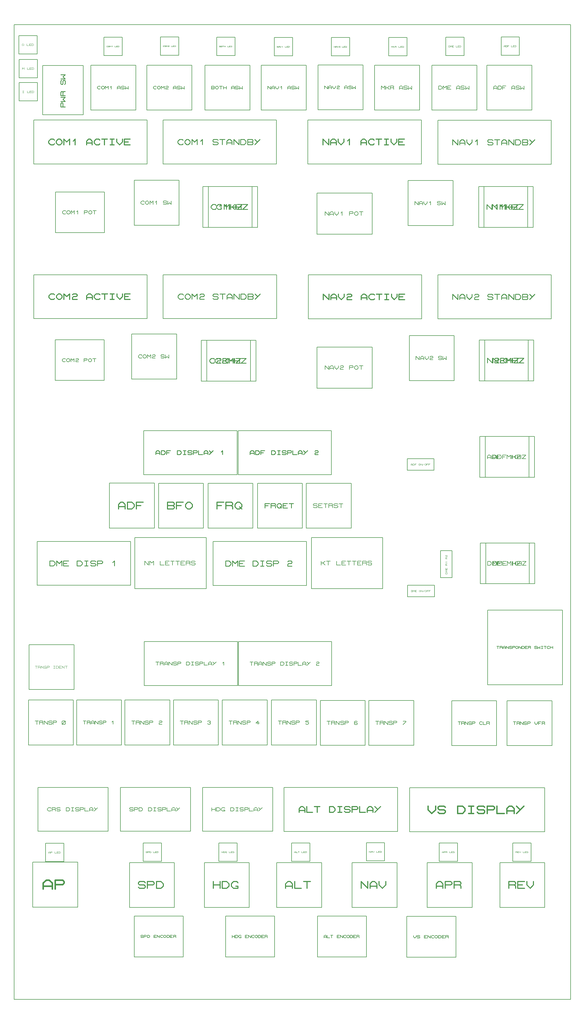
<source format=gbr>
G04 PROTEUS GERBER X2 FILE*
%TF.GenerationSoftware,Labcenter,Proteus,8.6-SP2-Build23525*%
%TF.CreationDate,2019-12-11T18:44:10+00:00*%
%TF.FileFunction,AssemblyDrawing,Top*%
%TF.FilePolarity,Positive*%
%TF.Part,Single*%
%FSLAX45Y45*%
%MOMM*%
G01*
%TA.AperFunction,Profile*%
%ADD29C,0.203200*%
%TA.AperFunction,Material*%
%ADD72C,0.203200*%
%ADD49C,0.305860*%
%ADD50C,0.397300*%
%ADD51C,0.189190*%
%ADD52C,0.132260*%
%ADD53C,0.144280*%
%ADD54C,0.264520*%
%ADD55C,0.073970*%
%ADD56C,0.274570*%
%ADD57C,0.209660*%
%ADD58C,0.198390*%
%ADD59C,0.127380*%
%ADD60C,0.079120*%
%ADD61C,0.087030*%
%ADD62C,0.065750*%
%ADD63C,0.098630*%
%ADD64C,0.084540*%
%ADD65C,0.282330*%
%ADD66C,0.215730*%
%ADD67C,0.177660*%
%ADD68C,0.161460*%
%ADD69C,0.181650*%
%ADD74C,0.363300*%
%ADD75C,0.242200*%
%ADD76C,0.207600*%
%ADD77C,0.121100*%
%ADD78C,0.145320*%
%ADD79C,0.484400*%
%ADD80C,0.198570*%
%ADD81C,0.176350*%
%ADD82C,0.226730*%
%TD.AperFunction*%
D29*
X-9000000Y-15750000D02*
X+9000000Y-15750000D01*
X+9000000Y+15750000D01*
X-9000000Y+15750000D01*
X-9000000Y-15750000D01*
D72*
X-272700Y-10325240D02*
X+3397620Y-10325240D01*
X+3397620Y-8904920D01*
X-272700Y-8904920D01*
X-272700Y-10325240D01*
D49*
X+216676Y-9706838D02*
X+216676Y-9584494D01*
X+277848Y-9523322D01*
X+339020Y-9523322D01*
X+400192Y-9584494D01*
X+400192Y-9706838D01*
X+216676Y-9645666D02*
X+400192Y-9645666D01*
X+461364Y-9523322D02*
X+461364Y-9706838D01*
X+644880Y-9706838D01*
X+706052Y-9523322D02*
X+889568Y-9523322D01*
X+797810Y-9523322D02*
X+797810Y-9706838D01*
X+1195428Y-9706838D02*
X+1195428Y-9523322D01*
X+1317772Y-9523322D01*
X+1378944Y-9584494D01*
X+1378944Y-9645666D01*
X+1317772Y-9706838D01*
X+1195428Y-9706838D01*
X+1470702Y-9523322D02*
X+1593046Y-9523322D01*
X+1531874Y-9523322D02*
X+1531874Y-9706838D01*
X+1470702Y-9706838D02*
X+1593046Y-9706838D01*
X+1684804Y-9676252D02*
X+1715390Y-9706838D01*
X+1837734Y-9706838D01*
X+1868320Y-9676252D01*
X+1868320Y-9645666D01*
X+1837734Y-9615080D01*
X+1715390Y-9615080D01*
X+1684804Y-9584494D01*
X+1684804Y-9553908D01*
X+1715390Y-9523322D01*
X+1837734Y-9523322D01*
X+1868320Y-9553908D01*
X+1929492Y-9706838D02*
X+1929492Y-9523322D01*
X+2082422Y-9523322D01*
X+2113008Y-9553908D01*
X+2113008Y-9584494D01*
X+2082422Y-9615080D01*
X+1929492Y-9615080D01*
X+2174180Y-9523322D02*
X+2174180Y-9706838D01*
X+2357696Y-9706838D01*
X+2418868Y-9706838D02*
X+2418868Y-9584494D01*
X+2480040Y-9523322D01*
X+2541212Y-9523322D01*
X+2602384Y-9584494D01*
X+2602384Y-9706838D01*
X+2418868Y-9645666D02*
X+2602384Y-9645666D01*
X+2847072Y-9523322D02*
X+2663556Y-9706838D01*
X+2663556Y-9523322D02*
X+2755314Y-9615080D01*
D72*
X+3789840Y-10330160D02*
X+8160160Y-10330160D01*
X+8160160Y-8909840D01*
X+3789840Y-8909840D01*
X+3789840Y-10330160D01*
D50*
X+4385800Y-9500810D02*
X+4385800Y-9620000D01*
X+4504990Y-9739190D01*
X+4624180Y-9620000D01*
X+4624180Y-9500810D01*
X+4703640Y-9699460D02*
X+4743370Y-9739190D01*
X+4902290Y-9739190D01*
X+4942020Y-9699460D01*
X+4942020Y-9659730D01*
X+4902290Y-9620000D01*
X+4743370Y-9620000D01*
X+4703640Y-9580270D01*
X+4703640Y-9540540D01*
X+4743370Y-9500810D01*
X+4902290Y-9500810D01*
X+4942020Y-9540540D01*
X+5339320Y-9739190D02*
X+5339320Y-9500810D01*
X+5498240Y-9500810D01*
X+5577700Y-9580270D01*
X+5577700Y-9659730D01*
X+5498240Y-9739190D01*
X+5339320Y-9739190D01*
X+5696890Y-9500810D02*
X+5855810Y-9500810D01*
X+5776350Y-9500810D02*
X+5776350Y-9739190D01*
X+5696890Y-9739190D02*
X+5855810Y-9739190D01*
X+5975000Y-9699460D02*
X+6014730Y-9739190D01*
X+6173650Y-9739190D01*
X+6213380Y-9699460D01*
X+6213380Y-9659730D01*
X+6173650Y-9620000D01*
X+6014730Y-9620000D01*
X+5975000Y-9580270D01*
X+5975000Y-9540540D01*
X+6014730Y-9500810D01*
X+6173650Y-9500810D01*
X+6213380Y-9540540D01*
X+6292840Y-9739190D02*
X+6292840Y-9500810D01*
X+6491490Y-9500810D01*
X+6531220Y-9540540D01*
X+6531220Y-9580270D01*
X+6491490Y-9620000D01*
X+6292840Y-9620000D01*
X+6610680Y-9500810D02*
X+6610680Y-9739190D01*
X+6849060Y-9739190D01*
X+6928520Y-9739190D02*
X+6928520Y-9580270D01*
X+7007980Y-9500810D01*
X+7087440Y-9500810D01*
X+7166900Y-9580270D01*
X+7166900Y-9739190D01*
X+6928520Y-9659730D02*
X+7166900Y-9659730D01*
X+7484740Y-9500810D02*
X+7246360Y-9739190D01*
X+7246360Y-9500810D02*
X+7365550Y-9620000D01*
D72*
X-2910160Y-10320160D02*
X-639840Y-10320160D01*
X-639840Y-8899840D01*
X-2910160Y-8899840D01*
X-2910160Y-10320160D01*
D51*
X-2607447Y-9666758D02*
X-2607447Y-9553242D01*
X-2493932Y-9553242D02*
X-2493932Y-9666758D01*
X-2607447Y-9610000D02*
X-2493932Y-9610000D01*
X-2456093Y-9666758D02*
X-2456093Y-9553242D01*
X-2380416Y-9553242D01*
X-2342578Y-9591081D01*
X-2342578Y-9628919D01*
X-2380416Y-9666758D01*
X-2456093Y-9666758D01*
X-2229062Y-9628919D02*
X-2191224Y-9628919D01*
X-2191224Y-9666758D01*
X-2266901Y-9666758D01*
X-2304739Y-9628919D01*
X-2304739Y-9591081D01*
X-2266901Y-9553242D01*
X-2210143Y-9553242D01*
X-2191224Y-9572161D01*
X-2002031Y-9666758D02*
X-2002031Y-9553242D01*
X-1926354Y-9553242D01*
X-1888516Y-9591081D01*
X-1888516Y-9628919D01*
X-1926354Y-9666758D01*
X-2002031Y-9666758D01*
X-1831758Y-9553242D02*
X-1756081Y-9553242D01*
X-1793920Y-9553242D02*
X-1793920Y-9666758D01*
X-1831758Y-9666758D02*
X-1756081Y-9666758D01*
X-1699323Y-9647839D02*
X-1680404Y-9666758D01*
X-1604727Y-9666758D01*
X-1585808Y-9647839D01*
X-1585808Y-9628919D01*
X-1604727Y-9610000D01*
X-1680404Y-9610000D01*
X-1699323Y-9591081D01*
X-1699323Y-9572161D01*
X-1680404Y-9553242D01*
X-1604727Y-9553242D01*
X-1585808Y-9572161D01*
X-1547969Y-9666758D02*
X-1547969Y-9553242D01*
X-1453373Y-9553242D01*
X-1434454Y-9572161D01*
X-1434454Y-9591081D01*
X-1453373Y-9610000D01*
X-1547969Y-9610000D01*
X-1396615Y-9553242D02*
X-1396615Y-9666758D01*
X-1283100Y-9666758D01*
X-1245261Y-9666758D02*
X-1245261Y-9591081D01*
X-1207423Y-9553242D01*
X-1169584Y-9553242D01*
X-1131746Y-9591081D01*
X-1131746Y-9666758D01*
X-1245261Y-9628919D02*
X-1131746Y-9628919D01*
X-980392Y-9553242D02*
X-1093907Y-9666758D01*
X-1093907Y-9553242D02*
X-1037150Y-9610000D01*
D72*
X-8230160Y-10320160D02*
X-5959840Y-10320160D01*
X-5959840Y-8899840D01*
X-8230160Y-8899840D01*
X-8230160Y-10320160D01*
D51*
X-7813932Y-9647839D02*
X-7832851Y-9666758D01*
X-7889609Y-9666758D01*
X-7927447Y-9628919D01*
X-7927447Y-9591081D01*
X-7889609Y-9553242D01*
X-7832851Y-9553242D01*
X-7813932Y-9572161D01*
X-7776093Y-9666758D02*
X-7776093Y-9553242D01*
X-7681497Y-9553242D01*
X-7662578Y-9572161D01*
X-7662578Y-9591081D01*
X-7681497Y-9610000D01*
X-7776093Y-9610000D01*
X-7681497Y-9610000D02*
X-7662578Y-9628919D01*
X-7662578Y-9666758D01*
X-7624739Y-9647839D02*
X-7605820Y-9666758D01*
X-7530143Y-9666758D01*
X-7511224Y-9647839D01*
X-7511224Y-9628919D01*
X-7530143Y-9610000D01*
X-7605820Y-9610000D01*
X-7624739Y-9591081D01*
X-7624739Y-9572161D01*
X-7605820Y-9553242D01*
X-7530143Y-9553242D01*
X-7511224Y-9572161D01*
X-7322031Y-9666758D02*
X-7322031Y-9553242D01*
X-7246354Y-9553242D01*
X-7208516Y-9591081D01*
X-7208516Y-9628919D01*
X-7246354Y-9666758D01*
X-7322031Y-9666758D01*
X-7151758Y-9553242D02*
X-7076081Y-9553242D01*
X-7113920Y-9553242D02*
X-7113920Y-9666758D01*
X-7151758Y-9666758D02*
X-7076081Y-9666758D01*
X-7019323Y-9647839D02*
X-7000404Y-9666758D01*
X-6924727Y-9666758D01*
X-6905808Y-9647839D01*
X-6905808Y-9628919D01*
X-6924727Y-9610000D01*
X-7000404Y-9610000D01*
X-7019323Y-9591081D01*
X-7019323Y-9572161D01*
X-7000404Y-9553242D01*
X-6924727Y-9553242D01*
X-6905808Y-9572161D01*
X-6867969Y-9666758D02*
X-6867969Y-9553242D01*
X-6773373Y-9553242D01*
X-6754454Y-9572161D01*
X-6754454Y-9591081D01*
X-6773373Y-9610000D01*
X-6867969Y-9610000D01*
X-6716615Y-9553242D02*
X-6716615Y-9666758D01*
X-6603100Y-9666758D01*
X-6565261Y-9666758D02*
X-6565261Y-9591081D01*
X-6527423Y-9553242D01*
X-6489584Y-9553242D01*
X-6451746Y-9591081D01*
X-6451746Y-9666758D01*
X-6565261Y-9628919D02*
X-6451746Y-9628919D01*
X-6300392Y-9553242D02*
X-6413907Y-9666758D01*
X-6413907Y-9553242D02*
X-6357150Y-9610000D01*
D72*
X-5570160Y-10320160D02*
X-3299840Y-10320160D01*
X-3299840Y-8899840D01*
X-5570160Y-8899840D01*
X-5570160Y-10320160D01*
D51*
X-5267447Y-9647839D02*
X-5248528Y-9666758D01*
X-5172851Y-9666758D01*
X-5153932Y-9647839D01*
X-5153932Y-9628919D01*
X-5172851Y-9610000D01*
X-5248528Y-9610000D01*
X-5267447Y-9591081D01*
X-5267447Y-9572161D01*
X-5248528Y-9553242D01*
X-5172851Y-9553242D01*
X-5153932Y-9572161D01*
X-5116093Y-9666758D02*
X-5116093Y-9553242D01*
X-5021497Y-9553242D01*
X-5002578Y-9572161D01*
X-5002578Y-9591081D01*
X-5021497Y-9610000D01*
X-5116093Y-9610000D01*
X-4964739Y-9666758D02*
X-4964739Y-9553242D01*
X-4889062Y-9553242D01*
X-4851224Y-9591081D01*
X-4851224Y-9628919D01*
X-4889062Y-9666758D01*
X-4964739Y-9666758D01*
X-4662031Y-9666758D02*
X-4662031Y-9553242D01*
X-4586354Y-9553242D01*
X-4548516Y-9591081D01*
X-4548516Y-9628919D01*
X-4586354Y-9666758D01*
X-4662031Y-9666758D01*
X-4491758Y-9553242D02*
X-4416081Y-9553242D01*
X-4453920Y-9553242D02*
X-4453920Y-9666758D01*
X-4491758Y-9666758D02*
X-4416081Y-9666758D01*
X-4359323Y-9647839D02*
X-4340404Y-9666758D01*
X-4264727Y-9666758D01*
X-4245808Y-9647839D01*
X-4245808Y-9628919D01*
X-4264727Y-9610000D01*
X-4340404Y-9610000D01*
X-4359323Y-9591081D01*
X-4359323Y-9572161D01*
X-4340404Y-9553242D01*
X-4264727Y-9553242D01*
X-4245808Y-9572161D01*
X-4207969Y-9666758D02*
X-4207969Y-9553242D01*
X-4113373Y-9553242D01*
X-4094454Y-9572161D01*
X-4094454Y-9591081D01*
X-4113373Y-9610000D01*
X-4207969Y-9610000D01*
X-4056615Y-9553242D02*
X-4056615Y-9666758D01*
X-3943100Y-9666758D01*
X-3905261Y-9666758D02*
X-3905261Y-9591081D01*
X-3867423Y-9553242D01*
X-3829584Y-9553242D01*
X-3791746Y-9591081D01*
X-3791746Y-9666758D01*
X-3905261Y-9628919D02*
X-3791746Y-9628919D01*
X-3640392Y-9553242D02*
X-3753907Y-9666758D01*
X-3753907Y-9553242D02*
X-3697150Y-9610000D01*
D72*
X-5120426Y-14377650D02*
X-3533266Y-14377650D01*
X-3533266Y-13057330D01*
X-5120426Y-13057330D01*
X-5120426Y-14377650D01*
D52*
X-4908801Y-13743943D02*
X-4895575Y-13757169D01*
X-4842670Y-13757169D01*
X-4829444Y-13743943D01*
X-4829444Y-13730716D01*
X-4842670Y-13717490D01*
X-4895575Y-13717490D01*
X-4908801Y-13704264D01*
X-4908801Y-13691037D01*
X-4895575Y-13677811D01*
X-4842670Y-13677811D01*
X-4829444Y-13691037D01*
X-4802991Y-13757169D02*
X-4802991Y-13677811D01*
X-4736860Y-13677811D01*
X-4723634Y-13691037D01*
X-4723634Y-13704264D01*
X-4736860Y-13717490D01*
X-4802991Y-13717490D01*
X-4697181Y-13757169D02*
X-4697181Y-13677811D01*
X-4644276Y-13677811D01*
X-4617824Y-13704264D01*
X-4617824Y-13730716D01*
X-4644276Y-13757169D01*
X-4697181Y-13757169D01*
X-4406204Y-13757169D02*
X-4485561Y-13757169D01*
X-4485561Y-13677811D01*
X-4406204Y-13677811D01*
X-4485561Y-13717490D02*
X-4432656Y-13717490D01*
X-4379751Y-13757169D02*
X-4379751Y-13677811D01*
X-4300394Y-13757169D01*
X-4300394Y-13677811D01*
X-4194584Y-13743943D02*
X-4207810Y-13757169D01*
X-4247489Y-13757169D01*
X-4273941Y-13730716D01*
X-4273941Y-13704264D01*
X-4247489Y-13677811D01*
X-4207810Y-13677811D01*
X-4194584Y-13691037D01*
X-4168131Y-13704264D02*
X-4141679Y-13677811D01*
X-4115226Y-13677811D01*
X-4088774Y-13704264D01*
X-4088774Y-13730716D01*
X-4115226Y-13757169D01*
X-4141679Y-13757169D01*
X-4168131Y-13730716D01*
X-4168131Y-13704264D01*
X-4062321Y-13757169D02*
X-4062321Y-13677811D01*
X-4009416Y-13677811D01*
X-3982964Y-13704264D01*
X-3982964Y-13730716D01*
X-4009416Y-13757169D01*
X-4062321Y-13757169D01*
X-3877154Y-13757169D02*
X-3956511Y-13757169D01*
X-3956511Y-13677811D01*
X-3877154Y-13677811D01*
X-3956511Y-13717490D02*
X-3903606Y-13717490D01*
X-3850701Y-13757169D02*
X-3850701Y-13677811D01*
X-3784570Y-13677811D01*
X-3771344Y-13691037D01*
X-3771344Y-13704264D01*
X-3784570Y-13717490D01*
X-3850701Y-13717490D01*
X-3784570Y-13717490D02*
X-3771344Y-13730716D01*
X-3771344Y-13757169D01*
D72*
X-2162850Y-14379510D02*
X-575690Y-14379510D01*
X-575690Y-13059190D01*
X-2162850Y-13059190D01*
X-2162850Y-14379510D01*
D52*
X-1951225Y-13759029D02*
X-1951225Y-13679671D01*
X-1871868Y-13679671D02*
X-1871868Y-13759029D01*
X-1951225Y-13719350D02*
X-1871868Y-13719350D01*
X-1845415Y-13759029D02*
X-1845415Y-13679671D01*
X-1792510Y-13679671D01*
X-1766058Y-13706124D01*
X-1766058Y-13732576D01*
X-1792510Y-13759029D01*
X-1845415Y-13759029D01*
X-1686700Y-13732576D02*
X-1660248Y-13732576D01*
X-1660248Y-13759029D01*
X-1713153Y-13759029D01*
X-1739605Y-13732576D01*
X-1739605Y-13706124D01*
X-1713153Y-13679671D01*
X-1673474Y-13679671D01*
X-1660248Y-13692897D01*
X-1448628Y-13759029D02*
X-1527985Y-13759029D01*
X-1527985Y-13679671D01*
X-1448628Y-13679671D01*
X-1527985Y-13719350D02*
X-1475080Y-13719350D01*
X-1422175Y-13759029D02*
X-1422175Y-13679671D01*
X-1342818Y-13759029D01*
X-1342818Y-13679671D01*
X-1237008Y-13745803D02*
X-1250234Y-13759029D01*
X-1289913Y-13759029D01*
X-1316365Y-13732576D01*
X-1316365Y-13706124D01*
X-1289913Y-13679671D01*
X-1250234Y-13679671D01*
X-1237008Y-13692897D01*
X-1210555Y-13706124D02*
X-1184103Y-13679671D01*
X-1157650Y-13679671D01*
X-1131198Y-13706124D01*
X-1131198Y-13732576D01*
X-1157650Y-13759029D01*
X-1184103Y-13759029D01*
X-1210555Y-13732576D01*
X-1210555Y-13706124D01*
X-1104745Y-13759029D02*
X-1104745Y-13679671D01*
X-1051840Y-13679671D01*
X-1025388Y-13706124D01*
X-1025388Y-13732576D01*
X-1051840Y-13759029D01*
X-1104745Y-13759029D01*
X-919578Y-13759029D02*
X-998935Y-13759029D01*
X-998935Y-13679671D01*
X-919578Y-13679671D01*
X-998935Y-13719350D02*
X-946030Y-13719350D01*
X-893125Y-13759029D02*
X-893125Y-13679671D01*
X-826994Y-13679671D01*
X-813768Y-13692897D01*
X-813768Y-13706124D01*
X-826994Y-13719350D01*
X-893125Y-13719350D01*
X-826994Y-13719350D02*
X-813768Y-13732576D01*
X-813768Y-13759029D01*
D72*
X+807470Y-14380010D02*
X+2394630Y-14380010D01*
X+2394630Y-13059690D01*
X+807470Y-13059690D01*
X+807470Y-14380010D01*
D52*
X+1019095Y-13759529D02*
X+1019095Y-13706624D01*
X+1045547Y-13680171D01*
X+1072000Y-13680171D01*
X+1098452Y-13706624D01*
X+1098452Y-13759529D01*
X+1019095Y-13733076D02*
X+1098452Y-13733076D01*
X+1124905Y-13680171D02*
X+1124905Y-13759529D01*
X+1204262Y-13759529D01*
X+1230715Y-13680171D02*
X+1310072Y-13680171D01*
X+1270393Y-13680171D02*
X+1270393Y-13759529D01*
X+1521692Y-13759529D02*
X+1442335Y-13759529D01*
X+1442335Y-13680171D01*
X+1521692Y-13680171D01*
X+1442335Y-13719850D02*
X+1495240Y-13719850D01*
X+1548145Y-13759529D02*
X+1548145Y-13680171D01*
X+1627502Y-13759529D01*
X+1627502Y-13680171D01*
X+1733312Y-13746303D02*
X+1720086Y-13759529D01*
X+1680407Y-13759529D01*
X+1653955Y-13733076D01*
X+1653955Y-13706624D01*
X+1680407Y-13680171D01*
X+1720086Y-13680171D01*
X+1733312Y-13693397D01*
X+1759765Y-13706624D02*
X+1786217Y-13680171D01*
X+1812670Y-13680171D01*
X+1839122Y-13706624D01*
X+1839122Y-13733076D01*
X+1812670Y-13759529D01*
X+1786217Y-13759529D01*
X+1759765Y-13733076D01*
X+1759765Y-13706624D01*
X+1865575Y-13759529D02*
X+1865575Y-13680171D01*
X+1918480Y-13680171D01*
X+1944932Y-13706624D01*
X+1944932Y-13733076D01*
X+1918480Y-13759529D01*
X+1865575Y-13759529D01*
X+2050742Y-13759529D02*
X+1971385Y-13759529D01*
X+1971385Y-13680171D01*
X+2050742Y-13680171D01*
X+1971385Y-13719850D02*
X+2024290Y-13719850D01*
X+2077195Y-13759529D02*
X+2077195Y-13680171D01*
X+2143326Y-13680171D01*
X+2156552Y-13693397D01*
X+2156552Y-13706624D01*
X+2143326Y-13719850D01*
X+2077195Y-13719850D01*
X+2143326Y-13719850D02*
X+2156552Y-13733076D01*
X+2156552Y-13759529D01*
D72*
X+3697310Y-14390010D02*
X+5284470Y-14390010D01*
X+5284470Y-13069690D01*
X+3697310Y-13069690D01*
X+3697310Y-14390010D01*
D53*
X+3913745Y-13686564D02*
X+3913745Y-13729850D01*
X+3957030Y-13773136D01*
X+4000316Y-13729850D01*
X+4000316Y-13686564D01*
X+4029174Y-13758707D02*
X+4043602Y-13773136D01*
X+4101317Y-13773136D01*
X+4115745Y-13758707D01*
X+4115745Y-13744279D01*
X+4101317Y-13729850D01*
X+4043602Y-13729850D01*
X+4029174Y-13715421D01*
X+4029174Y-13700993D01*
X+4043602Y-13686564D01*
X+4101317Y-13686564D01*
X+4115745Y-13700993D01*
X+4346603Y-13773136D02*
X+4260032Y-13773136D01*
X+4260032Y-13686564D01*
X+4346603Y-13686564D01*
X+4260032Y-13729850D02*
X+4317746Y-13729850D01*
X+4375461Y-13773136D02*
X+4375461Y-13686564D01*
X+4462032Y-13773136D01*
X+4462032Y-13686564D01*
X+4577461Y-13758707D02*
X+4563033Y-13773136D01*
X+4519747Y-13773136D01*
X+4490890Y-13744279D01*
X+4490890Y-13715421D01*
X+4519747Y-13686564D01*
X+4563033Y-13686564D01*
X+4577461Y-13700993D01*
X+4606319Y-13715421D02*
X+4635176Y-13686564D01*
X+4664033Y-13686564D01*
X+4692890Y-13715421D01*
X+4692890Y-13744279D01*
X+4664033Y-13773136D01*
X+4635176Y-13773136D01*
X+4606319Y-13744279D01*
X+4606319Y-13715421D01*
X+4721748Y-13773136D02*
X+4721748Y-13686564D01*
X+4779462Y-13686564D01*
X+4808319Y-13715421D01*
X+4808319Y-13744279D01*
X+4779462Y-13773136D01*
X+4721748Y-13773136D01*
X+4923748Y-13773136D02*
X+4837177Y-13773136D01*
X+4837177Y-13686564D01*
X+4923748Y-13686564D01*
X+4837177Y-13729850D02*
X+4894891Y-13729850D01*
X+4952606Y-13773136D02*
X+4952606Y-13686564D01*
X+5024749Y-13686564D01*
X+5039177Y-13700993D01*
X+5039177Y-13715421D01*
X+5024749Y-13729850D01*
X+4952606Y-13729850D01*
X+5024749Y-13729850D02*
X+5039177Y-13744279D01*
X+5039177Y-13773136D01*
D72*
X-2719910Y+9200240D02*
X-1132750Y+9200240D01*
X-1132750Y+10520560D01*
X-2719910Y+10520560D01*
X-2719910Y+9200240D01*
D54*
X-2296665Y+9807494D02*
X-2323118Y+9781042D01*
X-2402475Y+9781042D01*
X-2455380Y+9833947D01*
X-2455380Y+9886852D01*
X-2402475Y+9939757D01*
X-2323118Y+9939757D01*
X-2296665Y+9913305D01*
X-2190855Y+9886852D02*
X-2137950Y+9939757D01*
X-2137950Y+9781042D01*
X-2032140Y+9939757D02*
X-2032140Y+9781042D01*
X-1873425Y+9939757D02*
X-1952783Y+9860400D01*
X-1873425Y+9781042D01*
X-2032140Y+9860400D02*
X-1952783Y+9860400D01*
X-1820520Y+9781042D02*
X-1820520Y+9939757D01*
X-1661805Y+9939757D02*
X-1661805Y+9781042D01*
X-1820520Y+9860400D02*
X-1661805Y+9860400D01*
X-1608900Y+9939757D02*
X-1450185Y+9939757D01*
X-1608900Y+9781042D01*
X-1450185Y+9781042D01*
D72*
X-2897150Y+9200490D02*
X-1309990Y+9200490D01*
X-1309990Y+10520810D01*
X-2897150Y+10520810D01*
X-2897150Y+9200490D01*
D54*
X-2473905Y+9807744D02*
X-2500358Y+9781292D01*
X-2579715Y+9781292D01*
X-2632620Y+9834197D01*
X-2632620Y+9887102D01*
X-2579715Y+9940007D01*
X-2500358Y+9940007D01*
X-2473905Y+9913555D01*
X-2368095Y+9887102D02*
X-2315190Y+9940007D01*
X-2315190Y+9781292D01*
X-2209380Y+9781292D02*
X-2209380Y+9940007D01*
X-2130023Y+9860650D01*
X-2050665Y+9940007D01*
X-2050665Y+9781292D01*
X-1997760Y+9781292D02*
X-1997760Y+9940007D01*
X-1839045Y+9940007D02*
X-1839045Y+9781292D01*
X-1997760Y+9860650D02*
X-1839045Y+9860650D01*
X-1786140Y+9940007D02*
X-1627425Y+9940007D01*
X-1786140Y+9781292D01*
X-1627425Y+9781292D01*
D72*
X+6197470Y+9200490D02*
X+7784630Y+9200490D01*
X+7784630Y+10520810D01*
X+6197470Y+10520810D01*
X+6197470Y+9200490D01*
D54*
X+6462000Y+9781292D02*
X+6462000Y+9940007D01*
X+6620715Y+9781292D01*
X+6620715Y+9940007D01*
X+6726525Y+9887102D02*
X+6779430Y+9940007D01*
X+6779430Y+9781292D01*
X+6885240Y+9940007D02*
X+6885240Y+9781292D01*
X+7043955Y+9940007D02*
X+6964597Y+9860650D01*
X+7043955Y+9781292D01*
X+6885240Y+9860650D02*
X+6964597Y+9860650D01*
X+7096860Y+9781292D02*
X+7096860Y+9940007D01*
X+7255575Y+9940007D02*
X+7255575Y+9781292D01*
X+7096860Y+9860650D02*
X+7255575Y+9860650D01*
X+7308480Y+9940007D02*
X+7467195Y+9940007D01*
X+7308480Y+9781292D01*
X+7467195Y+9781292D01*
D72*
X+6023330Y+9199990D02*
X+7610490Y+9199990D01*
X+7610490Y+10520310D01*
X+6023330Y+10520310D01*
X+6023330Y+9199990D01*
D54*
X+6287860Y+9780792D02*
X+6287860Y+9939507D01*
X+6446575Y+9780792D01*
X+6446575Y+9939507D01*
X+6552385Y+9886602D02*
X+6605290Y+9939507D01*
X+6605290Y+9780792D01*
X+6711100Y+9780792D02*
X+6711100Y+9939507D01*
X+6790457Y+9860150D01*
X+6869815Y+9939507D01*
X+6869815Y+9780792D01*
X+6922720Y+9780792D02*
X+6922720Y+9939507D01*
X+7081435Y+9939507D02*
X+7081435Y+9780792D01*
X+6922720Y+9860150D02*
X+7081435Y+9860150D01*
X+7134340Y+9939507D02*
X+7293055Y+9939507D01*
X+7134340Y+9780792D01*
X+7293055Y+9780792D01*
D72*
X-2946750Y+4230240D02*
X-1359590Y+4230240D01*
X-1359590Y+5550560D01*
X-2946750Y+5550560D01*
X-2946750Y+4230240D01*
D54*
X-2523505Y+4837494D02*
X-2549958Y+4811042D01*
X-2629315Y+4811042D01*
X-2682220Y+4863947D01*
X-2682220Y+4916852D01*
X-2629315Y+4969757D01*
X-2549958Y+4969757D01*
X-2523505Y+4943305D01*
X-2444148Y+4943305D02*
X-2417695Y+4969757D01*
X-2338338Y+4969757D01*
X-2311885Y+4943305D01*
X-2311885Y+4916852D01*
X-2338338Y+4890400D01*
X-2417695Y+4890400D01*
X-2444148Y+4863947D01*
X-2444148Y+4811042D01*
X-2311885Y+4811042D01*
X-2258980Y+4969757D02*
X-2258980Y+4811042D01*
X-2100265Y+4969757D02*
X-2179623Y+4890400D01*
X-2100265Y+4811042D01*
X-2258980Y+4890400D02*
X-2179623Y+4890400D01*
X-2047360Y+4811042D02*
X-2047360Y+4969757D01*
X-1888645Y+4969757D02*
X-1888645Y+4811042D01*
X-2047360Y+4890400D02*
X-1888645Y+4890400D01*
X-1835740Y+4969757D02*
X-1677025Y+4969757D01*
X-1835740Y+4811042D01*
X-1677025Y+4811042D01*
D72*
X-2769910Y+4230240D02*
X-1182750Y+4230240D01*
X-1182750Y+5550560D01*
X-2769910Y+5550560D01*
X-2769910Y+4230240D01*
D54*
X-2346665Y+4837494D02*
X-2373118Y+4811042D01*
X-2452475Y+4811042D01*
X-2505380Y+4863947D01*
X-2505380Y+4916852D01*
X-2452475Y+4969757D01*
X-2373118Y+4969757D01*
X-2346665Y+4943305D01*
X-2267308Y+4943305D02*
X-2240855Y+4969757D01*
X-2161498Y+4969757D01*
X-2135045Y+4943305D01*
X-2135045Y+4916852D01*
X-2161498Y+4890400D01*
X-2240855Y+4890400D01*
X-2267308Y+4863947D01*
X-2267308Y+4811042D01*
X-2135045Y+4811042D01*
X-2082140Y+4811042D02*
X-2082140Y+4969757D01*
X-2002783Y+4890400D01*
X-1923425Y+4969757D01*
X-1923425Y+4811042D01*
X-1870520Y+4811042D02*
X-1870520Y+4969757D01*
X-1711805Y+4969757D02*
X-1711805Y+4811042D01*
X-1870520Y+4890400D02*
X-1711805Y+4890400D01*
X-1658900Y+4969757D02*
X-1500185Y+4969757D01*
X-1658900Y+4811042D01*
X-1500185Y+4811042D01*
D72*
X+6037930Y+4237950D02*
X+7625090Y+4237950D01*
X+7625090Y+5558270D01*
X+6037930Y+5558270D01*
X+6037930Y+4237950D01*
D54*
X+6302460Y+4818752D02*
X+6302460Y+4977467D01*
X+6461175Y+4818752D01*
X+6461175Y+4977467D01*
X+6540532Y+4951015D02*
X+6566985Y+4977467D01*
X+6646342Y+4977467D01*
X+6672795Y+4951015D01*
X+6672795Y+4924562D01*
X+6646342Y+4898110D01*
X+6566985Y+4898110D01*
X+6540532Y+4871657D01*
X+6540532Y+4818752D01*
X+6672795Y+4818752D01*
X+6725700Y+4977467D02*
X+6725700Y+4818752D01*
X+6884415Y+4977467D02*
X+6805057Y+4898110D01*
X+6884415Y+4818752D01*
X+6725700Y+4898110D02*
X+6805057Y+4898110D01*
X+6937320Y+4818752D02*
X+6937320Y+4977467D01*
X+7096035Y+4977467D02*
X+7096035Y+4818752D01*
X+6937320Y+4898110D02*
X+7096035Y+4898110D01*
X+7148940Y+4977467D02*
X+7307655Y+4977467D01*
X+7148940Y+4818752D01*
X+7307655Y+4818752D01*
D72*
X+6215410Y+4237450D02*
X+7802570Y+4237450D01*
X+7802570Y+5557770D01*
X+6215410Y+5557770D01*
X+6215410Y+4237450D01*
D54*
X+6479940Y+4818252D02*
X+6479940Y+4976967D01*
X+6638655Y+4818252D01*
X+6638655Y+4976967D01*
X+6718012Y+4950515D02*
X+6744465Y+4976967D01*
X+6823822Y+4976967D01*
X+6850275Y+4950515D01*
X+6850275Y+4924062D01*
X+6823822Y+4897610D01*
X+6744465Y+4897610D01*
X+6718012Y+4871157D01*
X+6718012Y+4818252D01*
X+6850275Y+4818252D01*
X+6903180Y+4818252D02*
X+6903180Y+4976967D01*
X+6982537Y+4897610D01*
X+7061895Y+4976967D01*
X+7061895Y+4818252D01*
X+7114800Y+4818252D02*
X+7114800Y+4976967D01*
X+7273515Y+4976967D02*
X+7273515Y+4818252D01*
X+7114800Y+4897610D02*
X+7273515Y+4897610D01*
X+7326420Y+4976967D02*
X+7485135Y+4976967D01*
X+7326420Y+4818252D01*
X+7485135Y+4818252D01*
D72*
X-30660Y-11286860D02*
X+561160Y-11286860D01*
X+561160Y-10695040D01*
X-30660Y-10695040D01*
X-30660Y-11286860D01*
D55*
X+58117Y-11013143D02*
X+58117Y-10983552D01*
X+72912Y-10968757D01*
X+87707Y-10968757D01*
X+102502Y-10983552D01*
X+102502Y-11013143D01*
X+58117Y-10998348D02*
X+102502Y-10998348D01*
X+117298Y-10968757D02*
X+117298Y-11013143D01*
X+161683Y-11013143D01*
X+176479Y-10968757D02*
X+220864Y-10968757D01*
X+198671Y-10968757D02*
X+198671Y-11013143D01*
X+294841Y-10968757D02*
X+294841Y-11013143D01*
X+339226Y-11013143D01*
X+398407Y-11013143D02*
X+354022Y-11013143D01*
X+354022Y-10968757D01*
X+398407Y-10968757D01*
X+354022Y-10990950D02*
X+383612Y-10990950D01*
X+413203Y-11013143D02*
X+413203Y-10968757D01*
X+442793Y-10968757D01*
X+457588Y-10983552D01*
X+457588Y-10998348D01*
X+442793Y-11013143D01*
X+413203Y-11013143D01*
D72*
X-8260160Y-2370160D02*
X-5239840Y-2370160D01*
X-5239840Y-949840D01*
X-8260160Y-949840D01*
X-8260160Y-2370160D01*
D56*
X-7848295Y-1742373D02*
X-7848295Y-1577628D01*
X-7738466Y-1577628D01*
X-7683551Y-1632543D01*
X-7683551Y-1687458D01*
X-7738466Y-1742373D01*
X-7848295Y-1742373D01*
X-7628636Y-1742373D02*
X-7628636Y-1577628D01*
X-7546264Y-1660000D01*
X-7463892Y-1577628D01*
X-7463892Y-1742373D01*
X-7244233Y-1742373D02*
X-7408977Y-1742373D01*
X-7408977Y-1577628D01*
X-7244233Y-1577628D01*
X-7408977Y-1660000D02*
X-7299148Y-1660000D01*
X-6969659Y-1742373D02*
X-6969659Y-1577628D01*
X-6859830Y-1577628D01*
X-6804915Y-1632543D01*
X-6804915Y-1687458D01*
X-6859830Y-1742373D01*
X-6969659Y-1742373D01*
X-6722543Y-1577628D02*
X-6612714Y-1577628D01*
X-6667628Y-1577628D02*
X-6667628Y-1742373D01*
X-6722543Y-1742373D02*
X-6612714Y-1742373D01*
X-6530341Y-1714915D02*
X-6502884Y-1742373D01*
X-6393055Y-1742373D01*
X-6365597Y-1714915D01*
X-6365597Y-1687458D01*
X-6393055Y-1660000D01*
X-6502884Y-1660000D01*
X-6530341Y-1632543D01*
X-6530341Y-1605086D01*
X-6502884Y-1577628D01*
X-6393055Y-1577628D01*
X-6365597Y-1605086D01*
X-6310682Y-1742373D02*
X-6310682Y-1577628D01*
X-6173396Y-1577628D01*
X-6145938Y-1605086D01*
X-6145938Y-1632543D01*
X-6173396Y-1660000D01*
X-6310682Y-1660000D01*
X-5816450Y-1632543D02*
X-5761535Y-1577628D01*
X-5761535Y-1742373D01*
D72*
X-5097160Y-2473500D02*
X-2790840Y-2473500D01*
X-2790840Y-822500D01*
X-5097160Y-822500D01*
X-5097160Y-2473500D01*
D57*
X-4782660Y-1710899D02*
X-4782660Y-1585100D01*
X-4656861Y-1710899D01*
X-4656861Y-1585100D01*
X-4614928Y-1710899D02*
X-4614928Y-1585100D01*
X-4552029Y-1648000D01*
X-4489129Y-1585100D01*
X-4489129Y-1710899D01*
X-4279464Y-1585100D02*
X-4279464Y-1710899D01*
X-4153665Y-1710899D01*
X-3985933Y-1710899D02*
X-4111732Y-1710899D01*
X-4111732Y-1585100D01*
X-3985933Y-1585100D01*
X-4111732Y-1648000D02*
X-4027866Y-1648000D01*
X-3944000Y-1585100D02*
X-3818201Y-1585100D01*
X-3881101Y-1585100D02*
X-3881101Y-1710899D01*
X-3776268Y-1585100D02*
X-3650469Y-1585100D01*
X-3713369Y-1585100D02*
X-3713369Y-1710899D01*
X-3482737Y-1710899D02*
X-3608536Y-1710899D01*
X-3608536Y-1585100D01*
X-3482737Y-1585100D01*
X-3608536Y-1648000D02*
X-3524670Y-1648000D01*
X-3440804Y-1710899D02*
X-3440804Y-1585100D01*
X-3335972Y-1585100D01*
X-3315005Y-1606067D01*
X-3315005Y-1627033D01*
X-3335972Y-1648000D01*
X-3440804Y-1648000D01*
X-3335972Y-1648000D02*
X-3315005Y-1668966D01*
X-3315005Y-1710899D01*
X-3273072Y-1689933D02*
X-3252106Y-1710899D01*
X-3168240Y-1710899D01*
X-3147273Y-1689933D01*
X-3147273Y-1668966D01*
X-3168240Y-1648000D01*
X-3252106Y-1648000D01*
X-3273072Y-1627033D01*
X-3273072Y-1606067D01*
X-3252106Y-1585100D01*
X-3168240Y-1585100D01*
X-3147273Y-1606067D01*
D72*
X-2570160Y-2372700D02*
X+450160Y-2372700D01*
X+450160Y-952380D01*
X-2570160Y-952380D01*
X-2570160Y-2372700D01*
D56*
X-2158295Y-1744913D02*
X-2158295Y-1580168D01*
X-2048466Y-1580168D01*
X-1993551Y-1635083D01*
X-1993551Y-1689998D01*
X-2048466Y-1744913D01*
X-2158295Y-1744913D01*
X-1938636Y-1744913D02*
X-1938636Y-1580168D01*
X-1856264Y-1662540D01*
X-1773892Y-1580168D01*
X-1773892Y-1744913D01*
X-1554233Y-1744913D02*
X-1718977Y-1744913D01*
X-1718977Y-1580168D01*
X-1554233Y-1580168D01*
X-1718977Y-1662540D02*
X-1609148Y-1662540D01*
X-1279659Y-1744913D02*
X-1279659Y-1580168D01*
X-1169830Y-1580168D01*
X-1114915Y-1635083D01*
X-1114915Y-1689998D01*
X-1169830Y-1744913D01*
X-1279659Y-1744913D01*
X-1032543Y-1580168D02*
X-922714Y-1580168D01*
X-977628Y-1580168D02*
X-977628Y-1744913D01*
X-1032543Y-1744913D02*
X-922714Y-1744913D01*
X-840341Y-1717455D02*
X-812884Y-1744913D01*
X-703055Y-1744913D01*
X-675597Y-1717455D01*
X-675597Y-1689998D01*
X-703055Y-1662540D01*
X-812884Y-1662540D01*
X-840341Y-1635083D01*
X-840341Y-1607626D01*
X-812884Y-1580168D01*
X-703055Y-1580168D01*
X-675597Y-1607626D01*
X-620682Y-1744913D02*
X-620682Y-1580168D01*
X-483396Y-1580168D01*
X-455938Y-1607626D01*
X-455938Y-1635083D01*
X-483396Y-1662540D01*
X-620682Y-1662540D01*
X-153907Y-1607626D02*
X-126450Y-1580168D01*
X-44078Y-1580168D01*
X-16620Y-1607626D01*
X-16620Y-1635083D01*
X-44078Y-1662540D01*
X-126450Y-1662540D01*
X-153907Y-1689998D01*
X-153907Y-1744913D01*
X-16620Y-1744913D01*
D72*
X+612840Y-2475880D02*
X+2919160Y-2475880D01*
X+2919160Y-824880D01*
X+612840Y-824880D01*
X+612840Y-2475880D01*
D57*
X+927340Y-1587480D02*
X+927340Y-1713279D01*
X+1053139Y-1587480D02*
X+990239Y-1650380D01*
X+1053139Y-1713279D01*
X+927340Y-1650380D02*
X+990239Y-1650380D01*
X+1095072Y-1587480D02*
X+1220871Y-1587480D01*
X+1157971Y-1587480D02*
X+1157971Y-1713279D01*
X+1430536Y-1587480D02*
X+1430536Y-1713279D01*
X+1556335Y-1713279D01*
X+1724067Y-1713279D02*
X+1598268Y-1713279D01*
X+1598268Y-1587480D01*
X+1724067Y-1587480D01*
X+1598268Y-1650380D02*
X+1682134Y-1650380D01*
X+1766000Y-1587480D02*
X+1891799Y-1587480D01*
X+1828899Y-1587480D02*
X+1828899Y-1713279D01*
X+1933732Y-1587480D02*
X+2059531Y-1587480D01*
X+1996631Y-1587480D02*
X+1996631Y-1713279D01*
X+2227263Y-1713279D02*
X+2101464Y-1713279D01*
X+2101464Y-1587480D01*
X+2227263Y-1587480D01*
X+2101464Y-1650380D02*
X+2185330Y-1650380D01*
X+2269196Y-1713279D02*
X+2269196Y-1587480D01*
X+2374028Y-1587480D01*
X+2394995Y-1608447D01*
X+2394995Y-1629413D01*
X+2374028Y-1650380D01*
X+2269196Y-1650380D01*
X+2374028Y-1650380D02*
X+2394995Y-1671346D01*
X+2394995Y-1713279D01*
X+2436928Y-1692313D02*
X+2457894Y-1713279D01*
X+2541760Y-1713279D01*
X+2562727Y-1692313D01*
X+2562727Y-1671346D01*
X+2541760Y-1650380D01*
X+2457894Y-1650380D01*
X+2436928Y-1629413D01*
X+2436928Y-1608447D01*
X+2457894Y-1587480D01*
X+2541760Y-1587480D01*
X+2562727Y-1608447D01*
D72*
X+6240090Y+1120240D02*
X+7827250Y+1120240D01*
X+7827250Y+2440560D01*
X+6240090Y+2440560D01*
X+6240090Y+1120240D01*
D58*
X+6478164Y+1720882D02*
X+6478164Y+1800240D01*
X+6517843Y+1839919D01*
X+6557522Y+1839919D01*
X+6597201Y+1800240D01*
X+6597201Y+1720882D01*
X+6478164Y+1760561D02*
X+6597201Y+1760561D01*
X+6636880Y+1720882D02*
X+6636880Y+1839919D01*
X+6716238Y+1839919D01*
X+6755917Y+1800240D01*
X+6755917Y+1760561D01*
X+6716238Y+1720882D01*
X+6636880Y+1720882D01*
X+6795596Y+1720882D02*
X+6795596Y+1839919D01*
X+6914633Y+1839919D01*
X+6795596Y+1780400D02*
X+6874954Y+1780400D01*
X+7113028Y+1839919D02*
X+7113028Y+1720882D01*
X+7232065Y+1839919D02*
X+7172546Y+1780400D01*
X+7232065Y+1720882D01*
X+7113028Y+1780400D02*
X+7172546Y+1780400D01*
X+7271744Y+1720882D02*
X+7271744Y+1839919D01*
X+7390781Y+1839919D02*
X+7390781Y+1720882D01*
X+7271744Y+1780400D02*
X+7390781Y+1780400D01*
X+7430460Y+1839919D02*
X+7549497Y+1839919D01*
X+7430460Y+1720882D01*
X+7549497Y+1720882D01*
D72*
X+6062850Y+1120490D02*
X+7650010Y+1120490D01*
X+7650010Y+2440810D01*
X+6062850Y+2440810D01*
X+6062850Y+1120490D01*
D58*
X+6300924Y+1721132D02*
X+6300924Y+1800490D01*
X+6340603Y+1840169D01*
X+6380282Y+1840169D01*
X+6419961Y+1800490D01*
X+6419961Y+1721132D01*
X+6300924Y+1760811D02*
X+6419961Y+1760811D01*
X+6459640Y+1721132D02*
X+6459640Y+1840169D01*
X+6538998Y+1840169D01*
X+6578677Y+1800490D01*
X+6578677Y+1760811D01*
X+6538998Y+1721132D01*
X+6459640Y+1721132D01*
X+6618356Y+1721132D02*
X+6618356Y+1840169D01*
X+6737393Y+1840169D01*
X+6618356Y+1780650D02*
X+6697714Y+1780650D01*
X+6935788Y+1721132D02*
X+6935788Y+1840169D01*
X+6995306Y+1780650D01*
X+7054825Y+1840169D01*
X+7054825Y+1721132D01*
X+7094504Y+1721132D02*
X+7094504Y+1840169D01*
X+7213541Y+1840169D02*
X+7213541Y+1721132D01*
X+7094504Y+1780650D02*
X+7213541Y+1780650D01*
X+7253220Y+1840169D02*
X+7372257Y+1840169D01*
X+7253220Y+1721132D01*
X+7372257Y+1721132D01*
D72*
X+6250090Y-2319760D02*
X+7837250Y-2319760D01*
X+7837250Y-999440D01*
X+6250090Y-999440D01*
X+6250090Y-2319760D01*
D58*
X+6488164Y-1719118D02*
X+6488164Y-1600081D01*
X+6567522Y-1600081D01*
X+6607201Y-1639760D01*
X+6607201Y-1679439D01*
X+6567522Y-1719118D01*
X+6488164Y-1719118D01*
X+6646880Y-1719118D02*
X+6646880Y-1600081D01*
X+6706398Y-1659600D01*
X+6765917Y-1600081D01*
X+6765917Y-1719118D01*
X+6924633Y-1719118D02*
X+6805596Y-1719118D01*
X+6805596Y-1600081D01*
X+6924633Y-1600081D01*
X+6805596Y-1659600D02*
X+6884954Y-1659600D01*
X+7123028Y-1600081D02*
X+7123028Y-1719118D01*
X+7242065Y-1600081D02*
X+7182546Y-1659600D01*
X+7242065Y-1719118D01*
X+7123028Y-1659600D02*
X+7182546Y-1659600D01*
X+7281744Y-1719118D02*
X+7281744Y-1600081D01*
X+7400781Y-1600081D02*
X+7400781Y-1719118D01*
X+7281744Y-1659600D02*
X+7400781Y-1659600D01*
X+7440460Y-1600081D02*
X+7559497Y-1600081D01*
X+7440460Y-1719118D01*
X+7559497Y-1719118D01*
D72*
X+6073250Y-2319760D02*
X+7660410Y-2319760D01*
X+7660410Y-999440D01*
X+6073250Y-999440D01*
X+6073250Y-2319760D01*
D58*
X+6311324Y-1719118D02*
X+6311324Y-1600081D01*
X+6390682Y-1600081D01*
X+6430361Y-1639760D01*
X+6430361Y-1679439D01*
X+6390682Y-1719118D01*
X+6311324Y-1719118D01*
X+6470040Y-1719118D02*
X+6470040Y-1600081D01*
X+6529558Y-1659600D01*
X+6589077Y-1600081D01*
X+6589077Y-1719118D01*
X+6747793Y-1719118D02*
X+6628756Y-1719118D01*
X+6628756Y-1600081D01*
X+6747793Y-1600081D01*
X+6628756Y-1659600D02*
X+6708114Y-1659600D01*
X+6946188Y-1719118D02*
X+6946188Y-1600081D01*
X+7005706Y-1659600D01*
X+7065225Y-1600081D01*
X+7065225Y-1719118D01*
X+7104904Y-1719118D02*
X+7104904Y-1600081D01*
X+7223941Y-1600081D02*
X+7223941Y-1719118D01*
X+7104904Y-1659600D02*
X+7223941Y-1659600D01*
X+7263620Y-1600081D02*
X+7382657Y-1600081D01*
X+7263620Y-1719118D01*
X+7382657Y-1719118D01*
D72*
X+6314840Y-5587160D02*
X+8735160Y-5587160D01*
X+8735160Y-3166840D01*
X+6314840Y-3166840D01*
X+6314840Y-5587160D01*
D59*
X+6607828Y-4338784D02*
X+6684259Y-4338784D01*
X+6646043Y-4338784D02*
X+6646043Y-4415215D01*
X+6709736Y-4415215D02*
X+6709736Y-4338784D01*
X+6773428Y-4338784D01*
X+6786167Y-4351523D01*
X+6786167Y-4364261D01*
X+6773428Y-4377000D01*
X+6709736Y-4377000D01*
X+6773428Y-4377000D02*
X+6786167Y-4389738D01*
X+6786167Y-4415215D01*
X+6811644Y-4415215D02*
X+6811644Y-4364261D01*
X+6837121Y-4338784D01*
X+6862598Y-4338784D01*
X+6888075Y-4364261D01*
X+6888075Y-4415215D01*
X+6811644Y-4389738D02*
X+6888075Y-4389738D01*
X+6913552Y-4415215D02*
X+6913552Y-4338784D01*
X+6989983Y-4415215D01*
X+6989983Y-4338784D01*
X+7015460Y-4402477D02*
X+7028198Y-4415215D01*
X+7079152Y-4415215D01*
X+7091891Y-4402477D01*
X+7091891Y-4389738D01*
X+7079152Y-4377000D01*
X+7028198Y-4377000D01*
X+7015460Y-4364261D01*
X+7015460Y-4351523D01*
X+7028198Y-4338784D01*
X+7079152Y-4338784D01*
X+7091891Y-4351523D01*
X+7117368Y-4415215D02*
X+7117368Y-4338784D01*
X+7181060Y-4338784D01*
X+7193799Y-4351523D01*
X+7193799Y-4364261D01*
X+7181060Y-4377000D01*
X+7117368Y-4377000D01*
X+7219276Y-4364261D02*
X+7244753Y-4338784D01*
X+7270230Y-4338784D01*
X+7295707Y-4364261D01*
X+7295707Y-4389738D01*
X+7270230Y-4415215D01*
X+7244753Y-4415215D01*
X+7219276Y-4389738D01*
X+7219276Y-4364261D01*
X+7321184Y-4415215D02*
X+7321184Y-4338784D01*
X+7397615Y-4415215D01*
X+7397615Y-4338784D01*
X+7423092Y-4415215D02*
X+7423092Y-4338784D01*
X+7474046Y-4338784D01*
X+7499523Y-4364261D01*
X+7499523Y-4389738D01*
X+7474046Y-4415215D01*
X+7423092Y-4415215D01*
X+7601431Y-4415215D02*
X+7525000Y-4415215D01*
X+7525000Y-4338784D01*
X+7601431Y-4338784D01*
X+7525000Y-4377000D02*
X+7575954Y-4377000D01*
X+7626908Y-4415215D02*
X+7626908Y-4338784D01*
X+7690600Y-4338784D01*
X+7703339Y-4351523D01*
X+7703339Y-4364261D01*
X+7690600Y-4377000D01*
X+7626908Y-4377000D01*
X+7690600Y-4377000D02*
X+7703339Y-4389738D01*
X+7703339Y-4415215D01*
X+7830724Y-4402477D02*
X+7843462Y-4415215D01*
X+7894416Y-4415215D01*
X+7907155Y-4402477D01*
X+7907155Y-4389738D01*
X+7894416Y-4377000D01*
X+7843462Y-4377000D01*
X+7830724Y-4364261D01*
X+7830724Y-4351523D01*
X+7843462Y-4338784D01*
X+7894416Y-4338784D01*
X+7907155Y-4351523D01*
X+7932632Y-4338784D02*
X+7932632Y-4415215D01*
X+7970847Y-4377000D01*
X+8009063Y-4415215D01*
X+8009063Y-4338784D01*
X+8047278Y-4338784D02*
X+8098232Y-4338784D01*
X+8072755Y-4338784D02*
X+8072755Y-4415215D01*
X+8047278Y-4415215D02*
X+8098232Y-4415215D01*
X+8136448Y-4338784D02*
X+8212879Y-4338784D01*
X+8174663Y-4338784D02*
X+8174663Y-4415215D01*
X+8314787Y-4402477D02*
X+8302048Y-4415215D01*
X+8263833Y-4415215D01*
X+8238356Y-4389738D01*
X+8238356Y-4364261D01*
X+8263833Y-4338784D01*
X+8302048Y-4338784D01*
X+8314787Y-4351523D01*
X+8340264Y-4415215D02*
X+8340264Y-4338784D01*
X+8416695Y-4338784D02*
X+8416695Y-4415215D01*
X+8340264Y-4377000D02*
X+8416695Y-4377000D01*
D72*
X+3719840Y-2740160D02*
X+4590160Y-2740160D01*
X+4590160Y-2369840D01*
X+3719840Y-2369840D01*
X+3719840Y-2740160D01*
D60*
X+3838520Y-2578736D02*
X+3838520Y-2531264D01*
X+3870168Y-2531264D01*
X+3885992Y-2547088D01*
X+3885992Y-2562912D01*
X+3870168Y-2578736D01*
X+3838520Y-2578736D01*
X+3901816Y-2578736D02*
X+3901816Y-2531264D01*
X+3925552Y-2555000D01*
X+3949288Y-2531264D01*
X+3949288Y-2578736D01*
X+4012584Y-2578736D02*
X+3965112Y-2578736D01*
X+3965112Y-2531264D01*
X+4012584Y-2531264D01*
X+3965112Y-2555000D02*
X+3996760Y-2555000D01*
X+4091704Y-2547088D02*
X+4107528Y-2531264D01*
X+4123352Y-2531264D01*
X+4139176Y-2547088D01*
X+4139176Y-2562912D01*
X+4123352Y-2578736D01*
X+4107528Y-2578736D01*
X+4091704Y-2562912D01*
X+4091704Y-2547088D01*
X+4155000Y-2578736D02*
X+4155000Y-2531264D01*
X+4202472Y-2578736D01*
X+4202472Y-2531264D01*
X+4265768Y-2531264D02*
X+4218296Y-2578736D01*
X+4281592Y-2547088D02*
X+4297416Y-2531264D01*
X+4313240Y-2531264D01*
X+4329064Y-2547088D01*
X+4329064Y-2562912D01*
X+4313240Y-2578736D01*
X+4297416Y-2578736D01*
X+4281592Y-2562912D01*
X+4281592Y-2547088D01*
X+4344888Y-2578736D02*
X+4344888Y-2531264D01*
X+4392360Y-2531264D01*
X+4344888Y-2555000D02*
X+4376536Y-2555000D01*
X+4408184Y-2578736D02*
X+4408184Y-2531264D01*
X+4455656Y-2531264D01*
X+4408184Y-2555000D02*
X+4439832Y-2555000D01*
D72*
X+4789840Y-2120160D02*
X+5160160Y-2120160D01*
X+5160160Y-1249840D01*
X+4789840Y-1249840D01*
X+4789840Y-2120160D01*
D61*
X+5001110Y-1998312D02*
X+4948891Y-1998312D01*
X+4948891Y-1963500D01*
X+4966297Y-1946094D01*
X+4983704Y-1946094D01*
X+5001110Y-1963500D01*
X+5001110Y-1998312D01*
X+5001110Y-1928687D02*
X+4948891Y-1928687D01*
X+4975000Y-1902578D01*
X+4948891Y-1876469D01*
X+5001110Y-1876469D01*
X+5001110Y-1806844D02*
X+5001110Y-1859062D01*
X+4948891Y-1859062D01*
X+4948891Y-1806844D01*
X+4975000Y-1859062D02*
X+4975000Y-1824250D01*
X+5001110Y-1719812D02*
X+4948891Y-1719812D01*
X+4948891Y-1676297D01*
X+4957594Y-1667594D01*
X+4966297Y-1667594D01*
X+4975000Y-1676297D01*
X+4975000Y-1719812D01*
X+4975000Y-1676297D02*
X+4983704Y-1667594D01*
X+5001110Y-1667594D01*
X+4966297Y-1632781D02*
X+4948891Y-1615375D01*
X+5001110Y-1615375D01*
X+5001110Y-1510937D02*
X+4948891Y-1510937D01*
X+4948891Y-1467422D01*
X+4957594Y-1458719D01*
X+4966297Y-1458719D01*
X+4975000Y-1467422D01*
X+4975000Y-1510937D01*
X+4975000Y-1467422D02*
X+4983704Y-1458719D01*
X+5001110Y-1458719D01*
X+4957594Y-1432609D02*
X+4948891Y-1423906D01*
X+4948891Y-1397797D01*
X+4957594Y-1389094D01*
X+4966297Y-1389094D01*
X+4975000Y-1397797D01*
X+4975000Y-1423906D01*
X+4983704Y-1432609D01*
X+5001110Y-1432609D01*
X+5001110Y-1389094D01*
D72*
X-6100910Y+14752740D02*
X-5509090Y+14752740D01*
X-5509090Y+15344560D01*
X-6100910Y+15344560D01*
X-6100910Y+14752740D01*
D62*
X-5975967Y+15035499D02*
X-5982542Y+15028923D01*
X-6002269Y+15028923D01*
X-6015420Y+15042074D01*
X-6015420Y+15055226D01*
X-6002269Y+15068377D01*
X-5982542Y+15068377D01*
X-5975967Y+15061801D01*
X-5962815Y+15055226D02*
X-5949664Y+15068377D01*
X-5936513Y+15068377D01*
X-5923362Y+15055226D01*
X-5923362Y+15042074D01*
X-5936513Y+15028923D01*
X-5949664Y+15028923D01*
X-5962815Y+15042074D01*
X-5962815Y+15055226D01*
X-5910210Y+15028923D02*
X-5910210Y+15068377D01*
X-5890484Y+15048650D01*
X-5870757Y+15068377D01*
X-5870757Y+15028923D01*
X-5844454Y+15055226D02*
X-5831303Y+15068377D01*
X-5831303Y+15028923D01*
X-5752395Y+15068377D02*
X-5752395Y+15028923D01*
X-5712942Y+15028923D01*
X-5660337Y+15028923D02*
X-5699790Y+15028923D01*
X-5699790Y+15068377D01*
X-5660337Y+15068377D01*
X-5699790Y+15048650D02*
X-5673488Y+15048650D01*
X-5647185Y+15028923D02*
X-5647185Y+15068377D01*
X-5620883Y+15068377D01*
X-5607732Y+15055226D01*
X-5607732Y+15042074D01*
X-5620883Y+15028923D01*
X-5647185Y+15028923D01*
D72*
X+4959090Y+14752740D02*
X+5550910Y+14752740D01*
X+5550910Y+15344560D01*
X+4959090Y+15344560D01*
X+4959090Y+14752740D01*
D55*
X+5047867Y+15026457D02*
X+5047867Y+15070843D01*
X+5077457Y+15070843D01*
X+5092252Y+15056048D01*
X+5092252Y+15041252D01*
X+5077457Y+15026457D01*
X+5047867Y+15026457D01*
X+5107048Y+15026457D02*
X+5107048Y+15070843D01*
X+5129240Y+15048650D01*
X+5151433Y+15070843D01*
X+5151433Y+15026457D01*
X+5210614Y+15026457D02*
X+5166229Y+15026457D01*
X+5166229Y+15070843D01*
X+5210614Y+15070843D01*
X+5166229Y+15048650D02*
X+5195819Y+15048650D01*
X+5284591Y+15070843D02*
X+5284591Y+15026457D01*
X+5328976Y+15026457D01*
X+5388157Y+15026457D02*
X+5343772Y+15026457D01*
X+5343772Y+15070843D01*
X+5388157Y+15070843D01*
X+5343772Y+15048650D02*
X+5373362Y+15048650D01*
X+5402953Y+15026457D02*
X+5402953Y+15070843D01*
X+5432543Y+15070843D01*
X+5447338Y+15056048D01*
X+5447338Y+15041252D01*
X+5432543Y+15026457D01*
X+5402953Y+15026457D01*
D72*
X-2450910Y+14752740D02*
X-1859090Y+14752740D01*
X-1859090Y+15344560D01*
X-2450910Y+15344560D01*
X-2450910Y+14752740D01*
D62*
X-2365420Y+15028923D02*
X-2365420Y+15068377D01*
X-2332542Y+15068377D01*
X-2325967Y+15061801D01*
X-2325967Y+15055226D01*
X-2332542Y+15048650D01*
X-2325967Y+15042074D01*
X-2325967Y+15035499D01*
X-2332542Y+15028923D01*
X-2365420Y+15028923D01*
X-2365420Y+15048650D02*
X-2332542Y+15048650D01*
X-2312815Y+15055226D02*
X-2299664Y+15068377D01*
X-2286513Y+15068377D01*
X-2273362Y+15055226D01*
X-2273362Y+15042074D01*
X-2286513Y+15028923D01*
X-2299664Y+15028923D01*
X-2312815Y+15042074D01*
X-2312815Y+15055226D01*
X-2260210Y+15068377D02*
X-2220757Y+15068377D01*
X-2240484Y+15068377D02*
X-2240484Y+15028923D01*
X-2207605Y+15028923D02*
X-2207605Y+15068377D01*
X-2168152Y+15068377D02*
X-2168152Y+15028923D01*
X-2207605Y+15048650D02*
X-2168152Y+15048650D01*
X-2102395Y+15068377D02*
X-2102395Y+15028923D01*
X-2062942Y+15028923D01*
X-2010337Y+15028923D02*
X-2049790Y+15028923D01*
X-2049790Y+15068377D01*
X-2010337Y+15068377D01*
X-2049790Y+15048650D02*
X-2023488Y+15048650D01*
X-1997185Y+15028923D02*
X-1997185Y+15068377D01*
X-1970883Y+15068377D01*
X-1957732Y+15055226D01*
X-1957732Y+15042074D01*
X-1970883Y+15028923D01*
X-1997185Y+15028923D01*
D72*
X-590910Y+14742740D02*
X+910Y+14742740D01*
X+910Y+15334560D01*
X-590910Y+15334560D01*
X-590910Y+14742740D01*
D62*
X-505420Y+15018923D02*
X-505420Y+15058377D01*
X-465967Y+15018923D01*
X-465967Y+15058377D01*
X-452815Y+15018923D02*
X-452815Y+15045226D01*
X-439664Y+15058377D01*
X-426513Y+15058377D01*
X-413362Y+15045226D01*
X-413362Y+15018923D01*
X-452815Y+15032074D02*
X-413362Y+15032074D01*
X-400210Y+15058377D02*
X-400210Y+15038650D01*
X-380484Y+15018923D01*
X-360757Y+15038650D01*
X-360757Y+15058377D01*
X-334454Y+15045226D02*
X-321303Y+15058377D01*
X-321303Y+15018923D01*
X-242395Y+15058377D02*
X-242395Y+15018923D01*
X-202942Y+15018923D01*
X-150337Y+15018923D02*
X-189790Y+15018923D01*
X-189790Y+15058377D01*
X-150337Y+15058377D01*
X-189790Y+15038650D02*
X-163488Y+15038650D01*
X-137185Y+15018923D02*
X-137185Y+15058377D01*
X-110883Y+15058377D01*
X-97732Y+15045226D01*
X-97732Y+15032074D01*
X-110883Y+15018923D01*
X-137185Y+15018923D01*
D72*
X+1259090Y+14742740D02*
X+1850910Y+14742740D01*
X+1850910Y+15334560D01*
X+1259090Y+15334560D01*
X+1259090Y+14742740D01*
D62*
X+1344580Y+15018923D02*
X+1344580Y+15058377D01*
X+1384033Y+15018923D01*
X+1384033Y+15058377D01*
X+1397185Y+15018923D02*
X+1397185Y+15045226D01*
X+1410336Y+15058377D01*
X+1423487Y+15058377D01*
X+1436638Y+15045226D01*
X+1436638Y+15018923D01*
X+1397185Y+15032074D02*
X+1436638Y+15032074D01*
X+1449790Y+15058377D02*
X+1449790Y+15038650D01*
X+1469516Y+15018923D01*
X+1489243Y+15038650D01*
X+1489243Y+15058377D01*
X+1508970Y+15051801D02*
X+1515546Y+15058377D01*
X+1535273Y+15058377D01*
X+1541848Y+15051801D01*
X+1541848Y+15045226D01*
X+1535273Y+15038650D01*
X+1515546Y+15038650D01*
X+1508970Y+15032074D01*
X+1508970Y+15018923D01*
X+1541848Y+15018923D01*
X+1607605Y+15058377D02*
X+1607605Y+15018923D01*
X+1647058Y+15018923D01*
X+1699663Y+15018923D02*
X+1660210Y+15018923D01*
X+1660210Y+15058377D01*
X+1699663Y+15058377D01*
X+1660210Y+15038650D02*
X+1686512Y+15038650D01*
X+1712815Y+15018923D02*
X+1712815Y+15058377D01*
X+1739117Y+15058377D01*
X+1752268Y+15045226D01*
X+1752268Y+15032074D01*
X+1739117Y+15018923D01*
X+1712815Y+15018923D01*
D72*
X+3109090Y+14742740D02*
X+3700910Y+14742740D01*
X+3700910Y+15334560D01*
X+3109090Y+15334560D01*
X+3109090Y+14742740D01*
D55*
X+3197867Y+15016457D02*
X+3197867Y+15060843D01*
X+3220059Y+15038650D01*
X+3242252Y+15060843D01*
X+3242252Y+15016457D01*
X+3257048Y+15060843D02*
X+3257048Y+15016457D01*
X+3301433Y+15060843D02*
X+3279240Y+15038650D01*
X+3301433Y+15016457D01*
X+3257048Y+15038650D02*
X+3279240Y+15038650D01*
X+3316229Y+15016457D02*
X+3316229Y+15060843D01*
X+3353217Y+15060843D01*
X+3360614Y+15053445D01*
X+3360614Y+15046048D01*
X+3353217Y+15038650D01*
X+3316229Y+15038650D01*
X+3353217Y+15038650D02*
X+3360614Y+15031252D01*
X+3360614Y+15016457D01*
X+3434591Y+15060843D02*
X+3434591Y+15016457D01*
X+3478976Y+15016457D01*
X+3538157Y+15016457D02*
X+3493772Y+15016457D01*
X+3493772Y+15060843D01*
X+3538157Y+15060843D01*
X+3493772Y+15038650D02*
X+3523362Y+15038650D01*
X+3552953Y+15016457D02*
X+3552953Y+15060843D01*
X+3582543Y+15060843D01*
X+3597338Y+15046048D01*
X+3597338Y+15031252D01*
X+3582543Y+15016457D01*
X+3552953Y+15016457D01*
D72*
X+6749090Y+14762740D02*
X+7340910Y+14762740D01*
X+7340910Y+15354560D01*
X+6749090Y+15354560D01*
X+6749090Y+14762740D01*
D55*
X+6837867Y+15036457D02*
X+6837867Y+15066048D01*
X+6852662Y+15080843D01*
X+6867457Y+15080843D01*
X+6882252Y+15066048D01*
X+6882252Y+15036457D01*
X+6837867Y+15051252D02*
X+6882252Y+15051252D01*
X+6897048Y+15036457D02*
X+6897048Y+15080843D01*
X+6926638Y+15080843D01*
X+6941433Y+15066048D01*
X+6941433Y+15051252D01*
X+6926638Y+15036457D01*
X+6897048Y+15036457D01*
X+6956229Y+15036457D02*
X+6956229Y+15080843D01*
X+7000614Y+15080843D01*
X+6956229Y+15058650D02*
X+6985819Y+15058650D01*
X+7074591Y+15080843D02*
X+7074591Y+15036457D01*
X+7118976Y+15036457D01*
X+7178157Y+15036457D02*
X+7133772Y+15036457D01*
X+7133772Y+15080843D01*
X+7178157Y+15080843D01*
X+7133772Y+15058650D02*
X+7163362Y+15058650D01*
X+7192953Y+15036457D02*
X+7192953Y+15080843D01*
X+7222543Y+15080843D01*
X+7237338Y+15066048D01*
X+7237338Y+15051252D01*
X+7222543Y+15036457D01*
X+7192953Y+15036457D01*
D72*
X-8850410Y+14806240D02*
X-8258590Y+14806240D01*
X-8258590Y+15398060D01*
X-8850410Y+15398060D01*
X-8850410Y+14806240D01*
D63*
X-8751770Y+15112013D02*
X-8732043Y+15131740D01*
X-8712316Y+15131740D01*
X-8692589Y+15112013D01*
X-8692589Y+15092286D01*
X-8712316Y+15072559D01*
X-8732043Y+15072559D01*
X-8751770Y+15092286D01*
X-8751770Y+15112013D01*
X-8593954Y+15131740D02*
X-8593954Y+15072559D01*
X-8534773Y+15072559D01*
X-8455865Y+15072559D02*
X-8515046Y+15072559D01*
X-8515046Y+15131740D01*
X-8455865Y+15131740D01*
X-8515046Y+15102150D02*
X-8475592Y+15102150D01*
X-8436138Y+15072559D02*
X-8436138Y+15131740D01*
X-8396684Y+15131740D01*
X-8376957Y+15112013D01*
X-8376957Y+15092286D01*
X-8396684Y+15072559D01*
X-8436138Y+15072559D01*
D72*
X-8840410Y+14036240D02*
X-8248590Y+14036240D01*
X-8248590Y+14628060D01*
X-8840410Y+14628060D01*
X-8840410Y+14036240D01*
D63*
X-8741770Y+14302559D02*
X-8741770Y+14361740D01*
X-8712180Y+14332150D01*
X-8682589Y+14361740D01*
X-8682589Y+14302559D01*
X-8583954Y+14361740D02*
X-8583954Y+14302559D01*
X-8524773Y+14302559D01*
X-8445865Y+14302559D02*
X-8505046Y+14302559D01*
X-8505046Y+14361740D01*
X-8445865Y+14361740D01*
X-8505046Y+14332150D02*
X-8465592Y+14332150D01*
X-8426138Y+14302559D02*
X-8426138Y+14361740D01*
X-8386684Y+14361740D01*
X-8366957Y+14342013D01*
X-8366957Y+14322286D01*
X-8386684Y+14302559D01*
X-8426138Y+14302559D01*
D72*
X-8840410Y+13286240D02*
X-8248590Y+13286240D01*
X-8248590Y+13878060D01*
X-8840410Y+13878060D01*
X-8840410Y+13286240D01*
D63*
X-8731907Y+13611740D02*
X-8692453Y+13611740D01*
X-8712180Y+13611740D02*
X-8712180Y+13552559D01*
X-8731907Y+13552559D02*
X-8692453Y+13552559D01*
X-8583954Y+13611740D02*
X-8583954Y+13552559D01*
X-8524773Y+13552559D01*
X-8445865Y+13552559D02*
X-8505046Y+13552559D01*
X-8505046Y+13611740D01*
X-8445865Y+13611740D01*
X-8505046Y+13582150D02*
X-8465592Y+13582150D01*
X-8426138Y+13552559D02*
X-8426138Y+13611740D01*
X-8386684Y+13611740D01*
X-8366957Y+13592013D01*
X-8366957Y+13572286D01*
X-8386684Y+13552559D01*
X-8426138Y+13552559D01*
D72*
X-7990910Y-11297260D02*
X-7399090Y-11297260D01*
X-7399090Y-10705440D01*
X-7990910Y-10705440D01*
X-7990910Y-11297260D01*
D64*
X-7897908Y-11026713D02*
X-7897908Y-10992895D01*
X-7880999Y-10975986D01*
X-7864090Y-10975986D01*
X-7847181Y-10992895D01*
X-7847181Y-11026713D01*
X-7897908Y-11009804D02*
X-7847181Y-11009804D01*
X-7830272Y-11026713D02*
X-7830272Y-10975986D01*
X-7788000Y-10975986D01*
X-7779545Y-10984441D01*
X-7779545Y-10992895D01*
X-7788000Y-11001350D01*
X-7830272Y-11001350D01*
X-7695000Y-10975986D02*
X-7695000Y-11026713D01*
X-7644273Y-11026713D01*
X-7576637Y-11026713D02*
X-7627364Y-11026713D01*
X-7627364Y-10975986D01*
X-7576637Y-10975986D01*
X-7627364Y-11001350D02*
X-7593546Y-11001350D01*
X-7559728Y-11026713D02*
X-7559728Y-10975986D01*
X-7525910Y-10975986D01*
X-7509001Y-10992895D01*
X-7509001Y-11009804D01*
X-7525910Y-11026713D01*
X-7559728Y-11026713D01*
D72*
X-4830910Y-11287260D02*
X-4239090Y-11287260D01*
X-4239090Y-10695440D01*
X-4830910Y-10695440D01*
X-4830910Y-11287260D01*
D55*
X-4742133Y-11006145D02*
X-4734736Y-11013543D01*
X-4705145Y-11013543D01*
X-4697748Y-11006145D01*
X-4697748Y-10998748D01*
X-4705145Y-10991350D01*
X-4734736Y-10991350D01*
X-4742133Y-10983952D01*
X-4742133Y-10976555D01*
X-4734736Y-10969157D01*
X-4705145Y-10969157D01*
X-4697748Y-10976555D01*
X-4682952Y-11013543D02*
X-4682952Y-10969157D01*
X-4645964Y-10969157D01*
X-4638567Y-10976555D01*
X-4638567Y-10983952D01*
X-4645964Y-10991350D01*
X-4682952Y-10991350D01*
X-4623771Y-11013543D02*
X-4623771Y-10969157D01*
X-4594181Y-10969157D01*
X-4579386Y-10983952D01*
X-4579386Y-10998748D01*
X-4594181Y-11013543D01*
X-4623771Y-11013543D01*
X-4505409Y-10969157D02*
X-4505409Y-11013543D01*
X-4461024Y-11013543D01*
X-4401843Y-11013543D02*
X-4446228Y-11013543D01*
X-4446228Y-10969157D01*
X-4401843Y-10969157D01*
X-4446228Y-10991350D02*
X-4416638Y-10991350D01*
X-4387047Y-11013543D02*
X-4387047Y-10969157D01*
X-4357457Y-10969157D01*
X-4342662Y-10983952D01*
X-4342662Y-10998748D01*
X-4357457Y-11013543D01*
X-4387047Y-11013543D01*
D72*
X-2380910Y-11287260D02*
X-1789090Y-11287260D01*
X-1789090Y-10695440D01*
X-2380910Y-10695440D01*
X-2380910Y-11287260D01*
D55*
X-2292133Y-11013543D02*
X-2292133Y-10969157D01*
X-2247748Y-10969157D02*
X-2247748Y-11013543D01*
X-2292133Y-10991350D02*
X-2247748Y-10991350D01*
X-2232952Y-11013543D02*
X-2232952Y-10969157D01*
X-2203362Y-10969157D01*
X-2188567Y-10983952D01*
X-2188567Y-10998748D01*
X-2203362Y-11013543D01*
X-2232952Y-11013543D01*
X-2144181Y-10998748D02*
X-2129386Y-10998748D01*
X-2129386Y-11013543D01*
X-2158976Y-11013543D01*
X-2173771Y-10998748D01*
X-2173771Y-10983952D01*
X-2158976Y-10969157D01*
X-2136783Y-10969157D01*
X-2129386Y-10976555D01*
X-2055409Y-10969157D02*
X-2055409Y-11013543D01*
X-2011024Y-11013543D01*
X-1951843Y-11013543D02*
X-1996228Y-11013543D01*
X-1996228Y-10969157D01*
X-1951843Y-10969157D01*
X-1996228Y-10991350D02*
X-1966638Y-10991350D01*
X-1937047Y-11013543D02*
X-1937047Y-10969157D01*
X-1907457Y-10969157D01*
X-1892662Y-10983952D01*
X-1892662Y-10998748D01*
X-1907457Y-11013543D01*
X-1937047Y-11013543D01*
D72*
X+4749090Y-11287260D02*
X+5340910Y-11287260D01*
X+5340910Y-10695440D01*
X+4749090Y-10695440D01*
X+4749090Y-11287260D01*
D55*
X+4837867Y-11013543D02*
X+4837867Y-10983952D01*
X+4852662Y-10969157D01*
X+4867457Y-10969157D01*
X+4882252Y-10983952D01*
X+4882252Y-11013543D01*
X+4837867Y-10998748D02*
X+4882252Y-10998748D01*
X+4897048Y-11013543D02*
X+4897048Y-10969157D01*
X+4934036Y-10969157D01*
X+4941433Y-10976555D01*
X+4941433Y-10983952D01*
X+4934036Y-10991350D01*
X+4897048Y-10991350D01*
X+4956229Y-11013543D02*
X+4956229Y-10969157D01*
X+4993217Y-10969157D01*
X+5000614Y-10976555D01*
X+5000614Y-10983952D01*
X+4993217Y-10991350D01*
X+4956229Y-10991350D01*
X+4993217Y-10991350D02*
X+5000614Y-10998748D01*
X+5000614Y-11013543D01*
X+5074591Y-10969157D02*
X+5074591Y-11013543D01*
X+5118976Y-11013543D01*
X+5178157Y-11013543D02*
X+5133772Y-11013543D01*
X+5133772Y-10969157D01*
X+5178157Y-10969157D01*
X+5133772Y-10991350D02*
X+5163362Y-10991350D01*
X+5192953Y-11013543D02*
X+5192953Y-10969157D01*
X+5222543Y-10969157D01*
X+5237338Y-10983952D01*
X+5237338Y-10998748D01*
X+5222543Y-11013543D01*
X+5192953Y-11013543D01*
D72*
X+7129090Y-11287260D02*
X+7720910Y-11287260D01*
X+7720910Y-10695440D01*
X+7129090Y-10695440D01*
X+7129090Y-11287260D01*
D55*
X+7217867Y-11013543D02*
X+7217867Y-10969157D01*
X+7254855Y-10969157D01*
X+7262252Y-10976555D01*
X+7262252Y-10983952D01*
X+7254855Y-10991350D01*
X+7217867Y-10991350D01*
X+7254855Y-10991350D02*
X+7262252Y-10998748D01*
X+7262252Y-11013543D01*
X+7321433Y-11013543D02*
X+7277048Y-11013543D01*
X+7277048Y-10969157D01*
X+7321433Y-10969157D01*
X+7277048Y-10991350D02*
X+7306638Y-10991350D01*
X+7336229Y-10969157D02*
X+7336229Y-10991350D01*
X+7358421Y-11013543D01*
X+7380614Y-10991350D01*
X+7380614Y-10969157D01*
X+7454591Y-10969157D02*
X+7454591Y-11013543D01*
X+7498976Y-11013543D01*
X+7558157Y-11013543D02*
X+7513772Y-11013543D01*
X+7513772Y-10969157D01*
X+7558157Y-10969157D01*
X+7513772Y-10991350D02*
X+7543362Y-10991350D01*
X+7572953Y-11013543D02*
X+7572953Y-10969157D01*
X+7602543Y-10969157D01*
X+7617338Y-10983952D01*
X+7617338Y-10998748D01*
X+7602543Y-11013543D01*
X+7572953Y-11013543D01*
D72*
X+2389090Y-11277260D02*
X+2980910Y-11277260D01*
X+2980910Y-10685440D01*
X+2389090Y-10685440D01*
X+2389090Y-11277260D01*
D55*
X+2477867Y-11003543D02*
X+2477867Y-10959157D01*
X+2522252Y-11003543D01*
X+2522252Y-10959157D01*
X+2537048Y-11003543D02*
X+2537048Y-10973952D01*
X+2551843Y-10959157D01*
X+2566638Y-10959157D01*
X+2581433Y-10973952D01*
X+2581433Y-11003543D01*
X+2537048Y-10988748D02*
X+2581433Y-10988748D01*
X+2596229Y-10959157D02*
X+2596229Y-10981350D01*
X+2618421Y-11003543D01*
X+2640614Y-10981350D01*
X+2640614Y-10959157D01*
X+2714591Y-10959157D02*
X+2714591Y-11003543D01*
X+2758976Y-11003543D01*
X+2818157Y-11003543D02*
X+2773772Y-11003543D01*
X+2773772Y-10959157D01*
X+2818157Y-10959157D01*
X+2773772Y-10981350D02*
X+2803362Y-10981350D01*
X+2832953Y-11003543D02*
X+2832953Y-10959157D01*
X+2862543Y-10959157D01*
X+2877338Y-10973952D01*
X+2877338Y-10988748D01*
X+2862543Y-11003543D01*
X+2832953Y-11003543D01*
D72*
X-4270910Y+14762740D02*
X-3679090Y+14762740D01*
X-3679090Y+15354560D01*
X-4270910Y+15354560D01*
X-4270910Y+14762740D01*
D62*
X-4145967Y+15045499D02*
X-4152542Y+15038923D01*
X-4172269Y+15038923D01*
X-4185420Y+15052074D01*
X-4185420Y+15065226D01*
X-4172269Y+15078377D01*
X-4152542Y+15078377D01*
X-4145967Y+15071801D01*
X-4132815Y+15065226D02*
X-4119664Y+15078377D01*
X-4106513Y+15078377D01*
X-4093362Y+15065226D01*
X-4093362Y+15052074D01*
X-4106513Y+15038923D01*
X-4119664Y+15038923D01*
X-4132815Y+15052074D01*
X-4132815Y+15065226D01*
X-4080210Y+15038923D02*
X-4080210Y+15078377D01*
X-4060484Y+15058650D01*
X-4040757Y+15078377D01*
X-4040757Y+15038923D01*
X-4021030Y+15071801D02*
X-4014454Y+15078377D01*
X-3994727Y+15078377D01*
X-3988152Y+15071801D01*
X-3988152Y+15065226D01*
X-3994727Y+15058650D01*
X-4014454Y+15058650D01*
X-4021030Y+15052074D01*
X-4021030Y+15038923D01*
X-3988152Y+15038923D01*
X-3922395Y+15078377D02*
X-3922395Y+15038923D01*
X-3882942Y+15038923D01*
X-3830337Y+15038923D02*
X-3869790Y+15038923D01*
X-3869790Y+15078377D01*
X-3830337Y+15078377D01*
X-3869790Y+15058650D02*
X-3843488Y+15058650D01*
X-3817185Y+15038923D02*
X-3817185Y+15078377D01*
X-3790883Y+15078377D01*
X-3777732Y+15065226D01*
X-3777732Y+15052074D01*
X-3790883Y+15038923D01*
X-3817185Y+15038923D01*
D72*
X-8372700Y+11247300D02*
X-4702380Y+11247300D01*
X-4702380Y+12667620D01*
X-8372700Y+12667620D01*
X-8372700Y+11247300D01*
D49*
X-7699808Y+11896288D02*
X-7730394Y+11865702D01*
X-7822152Y+11865702D01*
X-7883324Y+11926874D01*
X-7883324Y+11988046D01*
X-7822152Y+12049218D01*
X-7730394Y+12049218D01*
X-7699808Y+12018632D01*
X-7638636Y+11988046D02*
X-7577464Y+12049218D01*
X-7516292Y+12049218D01*
X-7455120Y+11988046D01*
X-7455120Y+11926874D01*
X-7516292Y+11865702D01*
X-7577464Y+11865702D01*
X-7638636Y+11926874D01*
X-7638636Y+11988046D01*
X-7393948Y+11865702D02*
X-7393948Y+12049218D01*
X-7302190Y+11957460D01*
X-7210432Y+12049218D01*
X-7210432Y+11865702D01*
X-7088088Y+11988046D02*
X-7026916Y+12049218D01*
X-7026916Y+11865702D01*
X-6659884Y+11865702D02*
X-6659884Y+11988046D01*
X-6598712Y+12049218D01*
X-6537540Y+12049218D01*
X-6476368Y+11988046D01*
X-6476368Y+11865702D01*
X-6659884Y+11926874D02*
X-6476368Y+11926874D01*
X-6231680Y+11896288D02*
X-6262266Y+11865702D01*
X-6354024Y+11865702D01*
X-6415196Y+11926874D01*
X-6415196Y+11988046D01*
X-6354024Y+12049218D01*
X-6262266Y+12049218D01*
X-6231680Y+12018632D01*
X-6170508Y+12049218D02*
X-5986992Y+12049218D01*
X-6078750Y+12049218D02*
X-6078750Y+11865702D01*
X-5895234Y+12049218D02*
X-5772890Y+12049218D01*
X-5834062Y+12049218D02*
X-5834062Y+11865702D01*
X-5895234Y+11865702D02*
X-5772890Y+11865702D01*
X-5681132Y+12049218D02*
X-5681132Y+11957460D01*
X-5589374Y+11865702D01*
X-5497616Y+11957460D01*
X-5497616Y+12049218D01*
X-5252928Y+11865702D02*
X-5436444Y+11865702D01*
X-5436444Y+12049218D01*
X-5252928Y+12049218D01*
X-5436444Y+11957460D02*
X-5314100Y+11957460D01*
D72*
X-4189910Y+11250240D02*
X-519590Y+11250240D01*
X-519590Y+12670560D01*
X-4189910Y+12670560D01*
X-4189910Y+11250240D01*
D65*
X-3540542Y+11903933D02*
X-3568775Y+11875700D01*
X-3653474Y+11875700D01*
X-3709940Y+11932166D01*
X-3709940Y+11988633D01*
X-3653474Y+12045099D01*
X-3568775Y+12045099D01*
X-3540542Y+12016866D01*
X-3484075Y+11988633D02*
X-3427609Y+12045099D01*
X-3371143Y+12045099D01*
X-3314677Y+11988633D01*
X-3314677Y+11932166D01*
X-3371143Y+11875700D01*
X-3427609Y+11875700D01*
X-3484075Y+11932166D01*
X-3484075Y+11988633D01*
X-3258210Y+11875700D02*
X-3258210Y+12045099D01*
X-3173511Y+11960400D01*
X-3088812Y+12045099D01*
X-3088812Y+11875700D01*
X-2975879Y+11988633D02*
X-2919413Y+12045099D01*
X-2919413Y+11875700D01*
X-2580615Y+11903933D02*
X-2552382Y+11875700D01*
X-2439450Y+11875700D01*
X-2411217Y+11903933D01*
X-2411217Y+11932166D01*
X-2439450Y+11960400D01*
X-2552382Y+11960400D01*
X-2580615Y+11988633D01*
X-2580615Y+12016866D01*
X-2552382Y+12045099D01*
X-2439450Y+12045099D01*
X-2411217Y+12016866D01*
X-2354750Y+12045099D02*
X-2185352Y+12045099D01*
X-2270051Y+12045099D02*
X-2270051Y+11875700D01*
X-2128885Y+11875700D02*
X-2128885Y+11988633D01*
X-2072419Y+12045099D01*
X-2015953Y+12045099D01*
X-1959487Y+11988633D01*
X-1959487Y+11875700D01*
X-2128885Y+11932166D02*
X-1959487Y+11932166D01*
X-1903020Y+11875700D02*
X-1903020Y+12045099D01*
X-1733622Y+11875700D01*
X-1733622Y+12045099D01*
X-1677155Y+11875700D02*
X-1677155Y+12045099D01*
X-1564223Y+12045099D01*
X-1507757Y+11988633D01*
X-1507757Y+11932166D01*
X-1564223Y+11875700D01*
X-1677155Y+11875700D01*
X-1451290Y+11875700D02*
X-1451290Y+12045099D01*
X-1310125Y+12045099D01*
X-1281892Y+12016866D01*
X-1281892Y+11988633D01*
X-1310125Y+11960400D01*
X-1281892Y+11932166D01*
X-1281892Y+11903933D01*
X-1310125Y+11875700D01*
X-1451290Y+11875700D01*
X-1451290Y+11960400D02*
X-1310125Y+11960400D01*
X-1056027Y+12045099D02*
X-1225425Y+11875700D01*
X-1225425Y+12045099D02*
X-1140726Y+11960400D01*
D72*
X+500090Y+11250240D02*
X+4170410Y+11250240D01*
X+4170410Y+12670560D01*
X+500090Y+12670560D01*
X+500090Y+11250240D01*
D49*
X+989466Y+11868642D02*
X+989466Y+12052158D01*
X+1172982Y+11868642D01*
X+1172982Y+12052158D01*
X+1234154Y+11868642D02*
X+1234154Y+11990986D01*
X+1295326Y+12052158D01*
X+1356498Y+12052158D01*
X+1417670Y+11990986D01*
X+1417670Y+11868642D01*
X+1234154Y+11929814D02*
X+1417670Y+11929814D01*
X+1478842Y+12052158D02*
X+1478842Y+11960400D01*
X+1570600Y+11868642D01*
X+1662358Y+11960400D01*
X+1662358Y+12052158D01*
X+1784702Y+11990986D02*
X+1845874Y+12052158D01*
X+1845874Y+11868642D01*
X+2212906Y+11868642D02*
X+2212906Y+11990986D01*
X+2274078Y+12052158D01*
X+2335250Y+12052158D01*
X+2396422Y+11990986D01*
X+2396422Y+11868642D01*
X+2212906Y+11929814D02*
X+2396422Y+11929814D01*
X+2641110Y+11899228D02*
X+2610524Y+11868642D01*
X+2518766Y+11868642D01*
X+2457594Y+11929814D01*
X+2457594Y+11990986D01*
X+2518766Y+12052158D01*
X+2610524Y+12052158D01*
X+2641110Y+12021572D01*
X+2702282Y+12052158D02*
X+2885798Y+12052158D01*
X+2794040Y+12052158D02*
X+2794040Y+11868642D01*
X+2977556Y+12052158D02*
X+3099900Y+12052158D01*
X+3038728Y+12052158D02*
X+3038728Y+11868642D01*
X+2977556Y+11868642D02*
X+3099900Y+11868642D01*
X+3191658Y+12052158D02*
X+3191658Y+11960400D01*
X+3283416Y+11868642D01*
X+3375174Y+11960400D01*
X+3375174Y+12052158D01*
X+3619862Y+11868642D02*
X+3436346Y+11868642D01*
X+3436346Y+12052158D01*
X+3619862Y+12052158D01*
X+3436346Y+11960400D02*
X+3558690Y+11960400D01*
D72*
X+4699840Y+11239840D02*
X+8370160Y+11239840D01*
X+8370160Y+12660160D01*
X+4699840Y+12660160D01*
X+4699840Y+11239840D01*
D65*
X+5179810Y+11865300D02*
X+5179810Y+12034699D01*
X+5349208Y+11865300D01*
X+5349208Y+12034699D01*
X+5405675Y+11865300D02*
X+5405675Y+11978233D01*
X+5462141Y+12034699D01*
X+5518607Y+12034699D01*
X+5575073Y+11978233D01*
X+5575073Y+11865300D01*
X+5405675Y+11921766D02*
X+5575073Y+11921766D01*
X+5631540Y+12034699D02*
X+5631540Y+11950000D01*
X+5716239Y+11865300D01*
X+5800938Y+11950000D01*
X+5800938Y+12034699D01*
X+5913871Y+11978233D02*
X+5970337Y+12034699D01*
X+5970337Y+11865300D01*
X+6309135Y+11893533D02*
X+6337368Y+11865300D01*
X+6450300Y+11865300D01*
X+6478533Y+11893533D01*
X+6478533Y+11921766D01*
X+6450300Y+11950000D01*
X+6337368Y+11950000D01*
X+6309135Y+11978233D01*
X+6309135Y+12006466D01*
X+6337368Y+12034699D01*
X+6450300Y+12034699D01*
X+6478533Y+12006466D01*
X+6535000Y+12034699D02*
X+6704398Y+12034699D01*
X+6619699Y+12034699D02*
X+6619699Y+11865300D01*
X+6760865Y+11865300D02*
X+6760865Y+11978233D01*
X+6817331Y+12034699D01*
X+6873797Y+12034699D01*
X+6930263Y+11978233D01*
X+6930263Y+11865300D01*
X+6760865Y+11921766D02*
X+6930263Y+11921766D01*
X+6986730Y+11865300D02*
X+6986730Y+12034699D01*
X+7156128Y+11865300D01*
X+7156128Y+12034699D01*
X+7212595Y+11865300D02*
X+7212595Y+12034699D01*
X+7325527Y+12034699D01*
X+7381993Y+11978233D01*
X+7381993Y+11921766D01*
X+7325527Y+11865300D01*
X+7212595Y+11865300D01*
X+7438460Y+11865300D02*
X+7438460Y+12034699D01*
X+7579625Y+12034699D01*
X+7607858Y+12006466D01*
X+7607858Y+11978233D01*
X+7579625Y+11950000D01*
X+7607858Y+11921766D01*
X+7607858Y+11893533D01*
X+7579625Y+11865300D01*
X+7438460Y+11865300D01*
X+7438460Y+11950000D02*
X+7579625Y+11950000D01*
X+7833723Y+12034699D02*
X+7664325Y+11865300D01*
X+7664325Y+12034699D02*
X+7749024Y+11950000D01*
D72*
X-8370160Y+6249840D02*
X-4699840Y+6249840D01*
X-4699840Y+7670160D01*
X-8370160Y+7670160D01*
X-8370160Y+6249840D01*
D49*
X-7697268Y+6898828D02*
X-7727854Y+6868242D01*
X-7819612Y+6868242D01*
X-7880784Y+6929414D01*
X-7880784Y+6990586D01*
X-7819612Y+7051758D01*
X-7727854Y+7051758D01*
X-7697268Y+7021172D01*
X-7636096Y+6990586D02*
X-7574924Y+7051758D01*
X-7513752Y+7051758D01*
X-7452580Y+6990586D01*
X-7452580Y+6929414D01*
X-7513752Y+6868242D01*
X-7574924Y+6868242D01*
X-7636096Y+6929414D01*
X-7636096Y+6990586D01*
X-7391408Y+6868242D02*
X-7391408Y+7051758D01*
X-7299650Y+6960000D01*
X-7207892Y+7051758D01*
X-7207892Y+6868242D01*
X-7116134Y+7021172D02*
X-7085548Y+7051758D01*
X-6993790Y+7051758D01*
X-6963204Y+7021172D01*
X-6963204Y+6990586D01*
X-6993790Y+6960000D01*
X-7085548Y+6960000D01*
X-7116134Y+6929414D01*
X-7116134Y+6868242D01*
X-6963204Y+6868242D01*
X-6657344Y+6868242D02*
X-6657344Y+6990586D01*
X-6596172Y+7051758D01*
X-6535000Y+7051758D01*
X-6473828Y+6990586D01*
X-6473828Y+6868242D01*
X-6657344Y+6929414D02*
X-6473828Y+6929414D01*
X-6229140Y+6898828D02*
X-6259726Y+6868242D01*
X-6351484Y+6868242D01*
X-6412656Y+6929414D01*
X-6412656Y+6990586D01*
X-6351484Y+7051758D01*
X-6259726Y+7051758D01*
X-6229140Y+7021172D01*
X-6167968Y+7051758D02*
X-5984452Y+7051758D01*
X-6076210Y+7051758D02*
X-6076210Y+6868242D01*
X-5892694Y+7051758D02*
X-5770350Y+7051758D01*
X-5831522Y+7051758D02*
X-5831522Y+6868242D01*
X-5892694Y+6868242D02*
X-5770350Y+6868242D01*
X-5678592Y+7051758D02*
X-5678592Y+6960000D01*
X-5586834Y+6868242D01*
X-5495076Y+6960000D01*
X-5495076Y+7051758D01*
X-5250388Y+6868242D02*
X-5433904Y+6868242D01*
X-5433904Y+7051758D01*
X-5250388Y+7051758D01*
X-5433904Y+6960000D02*
X-5311560Y+6960000D01*
D72*
X-4182700Y+6249680D02*
X-512380Y+6249680D01*
X-512380Y+7670000D01*
X-4182700Y+7670000D01*
X-4182700Y+6249680D01*
D65*
X-3533332Y+6903373D02*
X-3561565Y+6875140D01*
X-3646264Y+6875140D01*
X-3702730Y+6931606D01*
X-3702730Y+6988073D01*
X-3646264Y+7044539D01*
X-3561565Y+7044539D01*
X-3533332Y+7016306D01*
X-3476865Y+6988073D02*
X-3420399Y+7044539D01*
X-3363933Y+7044539D01*
X-3307467Y+6988073D01*
X-3307467Y+6931606D01*
X-3363933Y+6875140D01*
X-3420399Y+6875140D01*
X-3476865Y+6931606D01*
X-3476865Y+6988073D01*
X-3251000Y+6875140D02*
X-3251000Y+7044539D01*
X-3166301Y+6959840D01*
X-3081602Y+7044539D01*
X-3081602Y+6875140D01*
X-2996902Y+7016306D02*
X-2968669Y+7044539D01*
X-2883970Y+7044539D01*
X-2855737Y+7016306D01*
X-2855737Y+6988073D01*
X-2883970Y+6959840D01*
X-2968669Y+6959840D01*
X-2996902Y+6931606D01*
X-2996902Y+6875140D01*
X-2855737Y+6875140D01*
X-2573405Y+6903373D02*
X-2545172Y+6875140D01*
X-2432240Y+6875140D01*
X-2404007Y+6903373D01*
X-2404007Y+6931606D01*
X-2432240Y+6959840D01*
X-2545172Y+6959840D01*
X-2573405Y+6988073D01*
X-2573405Y+7016306D01*
X-2545172Y+7044539D01*
X-2432240Y+7044539D01*
X-2404007Y+7016306D01*
X-2347540Y+7044539D02*
X-2178142Y+7044539D01*
X-2262841Y+7044539D02*
X-2262841Y+6875140D01*
X-2121675Y+6875140D02*
X-2121675Y+6988073D01*
X-2065209Y+7044539D01*
X-2008743Y+7044539D01*
X-1952277Y+6988073D01*
X-1952277Y+6875140D01*
X-2121675Y+6931606D02*
X-1952277Y+6931606D01*
X-1895810Y+6875140D02*
X-1895810Y+7044539D01*
X-1726412Y+6875140D01*
X-1726412Y+7044539D01*
X-1669945Y+6875140D02*
X-1669945Y+7044539D01*
X-1557013Y+7044539D01*
X-1500547Y+6988073D01*
X-1500547Y+6931606D01*
X-1557013Y+6875140D01*
X-1669945Y+6875140D01*
X-1444080Y+6875140D02*
X-1444080Y+7044539D01*
X-1302915Y+7044539D01*
X-1274682Y+7016306D01*
X-1274682Y+6988073D01*
X-1302915Y+6959840D01*
X-1274682Y+6931606D01*
X-1274682Y+6903373D01*
X-1302915Y+6875140D01*
X-1444080Y+6875140D01*
X-1444080Y+6959840D02*
X-1302915Y+6959840D01*
X-1048817Y+7044539D02*
X-1218215Y+6875140D01*
X-1218215Y+7044539D02*
X-1133516Y+6959840D01*
D72*
X+509840Y+6242060D02*
X+4180160Y+6242060D01*
X+4180160Y+7662380D01*
X+509840Y+7662380D01*
X+509840Y+6242060D01*
D49*
X+999216Y+6860462D02*
X+999216Y+7043978D01*
X+1182732Y+6860462D01*
X+1182732Y+7043978D01*
X+1243904Y+6860462D02*
X+1243904Y+6982806D01*
X+1305076Y+7043978D01*
X+1366248Y+7043978D01*
X+1427420Y+6982806D01*
X+1427420Y+6860462D01*
X+1243904Y+6921634D02*
X+1427420Y+6921634D01*
X+1488592Y+7043978D02*
X+1488592Y+6952220D01*
X+1580350Y+6860462D01*
X+1672108Y+6952220D01*
X+1672108Y+7043978D01*
X+1763866Y+7013392D02*
X+1794452Y+7043978D01*
X+1886210Y+7043978D01*
X+1916796Y+7013392D01*
X+1916796Y+6982806D01*
X+1886210Y+6952220D01*
X+1794452Y+6952220D01*
X+1763866Y+6921634D01*
X+1763866Y+6860462D01*
X+1916796Y+6860462D01*
X+2222656Y+6860462D02*
X+2222656Y+6982806D01*
X+2283828Y+7043978D01*
X+2345000Y+7043978D01*
X+2406172Y+6982806D01*
X+2406172Y+6860462D01*
X+2222656Y+6921634D02*
X+2406172Y+6921634D01*
X+2650860Y+6891048D02*
X+2620274Y+6860462D01*
X+2528516Y+6860462D01*
X+2467344Y+6921634D01*
X+2467344Y+6982806D01*
X+2528516Y+7043978D01*
X+2620274Y+7043978D01*
X+2650860Y+7013392D01*
X+2712032Y+7043978D02*
X+2895548Y+7043978D01*
X+2803790Y+7043978D02*
X+2803790Y+6860462D01*
X+2987306Y+7043978D02*
X+3109650Y+7043978D01*
X+3048478Y+7043978D02*
X+3048478Y+6860462D01*
X+2987306Y+6860462D02*
X+3109650Y+6860462D01*
X+3201408Y+7043978D02*
X+3201408Y+6952220D01*
X+3293166Y+6860462D01*
X+3384924Y+6952220D01*
X+3384924Y+7043978D01*
X+3629612Y+6860462D02*
X+3446096Y+6860462D01*
X+3446096Y+7043978D01*
X+3629612Y+7043978D01*
X+3446096Y+6952220D02*
X+3568440Y+6952220D01*
D72*
X+4699840Y+6242060D02*
X+8370160Y+6242060D01*
X+8370160Y+7662380D01*
X+4699840Y+7662380D01*
X+4699840Y+6242060D01*
D65*
X+5179810Y+6867520D02*
X+5179810Y+7036919D01*
X+5349208Y+6867520D01*
X+5349208Y+7036919D01*
X+5405675Y+6867520D02*
X+5405675Y+6980453D01*
X+5462141Y+7036919D01*
X+5518607Y+7036919D01*
X+5575073Y+6980453D01*
X+5575073Y+6867520D01*
X+5405675Y+6923986D02*
X+5575073Y+6923986D01*
X+5631540Y+7036919D02*
X+5631540Y+6952220D01*
X+5716239Y+6867520D01*
X+5800938Y+6952220D01*
X+5800938Y+7036919D01*
X+5885638Y+7008686D02*
X+5913871Y+7036919D01*
X+5998570Y+7036919D01*
X+6026803Y+7008686D01*
X+6026803Y+6980453D01*
X+5998570Y+6952220D01*
X+5913871Y+6952220D01*
X+5885638Y+6923986D01*
X+5885638Y+6867520D01*
X+6026803Y+6867520D01*
X+6309135Y+6895753D02*
X+6337368Y+6867520D01*
X+6450300Y+6867520D01*
X+6478533Y+6895753D01*
X+6478533Y+6923986D01*
X+6450300Y+6952220D01*
X+6337368Y+6952220D01*
X+6309135Y+6980453D01*
X+6309135Y+7008686D01*
X+6337368Y+7036919D01*
X+6450300Y+7036919D01*
X+6478533Y+7008686D01*
X+6535000Y+7036919D02*
X+6704398Y+7036919D01*
X+6619699Y+7036919D02*
X+6619699Y+6867520D01*
X+6760865Y+6867520D02*
X+6760865Y+6980453D01*
X+6817331Y+7036919D01*
X+6873797Y+7036919D01*
X+6930263Y+6980453D01*
X+6930263Y+6867520D01*
X+6760865Y+6923986D02*
X+6930263Y+6923986D01*
X+6986730Y+6867520D02*
X+6986730Y+7036919D01*
X+7156128Y+6867520D01*
X+7156128Y+7036919D01*
X+7212595Y+6867520D02*
X+7212595Y+7036919D01*
X+7325527Y+7036919D01*
X+7381993Y+6980453D01*
X+7381993Y+6923986D01*
X+7325527Y+6867520D01*
X+7212595Y+6867520D01*
X+7438460Y+6867520D02*
X+7438460Y+7036919D01*
X+7579625Y+7036919D01*
X+7607858Y+7008686D01*
X+7607858Y+6980453D01*
X+7579625Y+6952220D01*
X+7607858Y+6923986D01*
X+7607858Y+6895753D01*
X+7579625Y+6867520D01*
X+7438460Y+6867520D01*
X+7438460Y+6952220D02*
X+7579625Y+6952220D01*
X+7833723Y+7036919D02*
X+7664325Y+6867520D01*
X+7664325Y+7036919D02*
X+7749024Y+6952220D01*
D72*
X-4810160Y+1209840D02*
X-1789840Y+1209840D01*
X-1789840Y+2630160D01*
X-4810160Y+2630160D01*
X-4810160Y+1209840D01*
D66*
X-4421828Y+1855279D02*
X-4421828Y+1941574D01*
X-4378681Y+1984721D01*
X-4335534Y+1984721D01*
X-4292387Y+1941574D01*
X-4292387Y+1855279D01*
X-4421828Y+1898426D02*
X-4292387Y+1898426D01*
X-4249239Y+1855279D02*
X-4249239Y+1984721D01*
X-4162945Y+1984721D01*
X-4119798Y+1941574D01*
X-4119798Y+1898426D01*
X-4162945Y+1855279D01*
X-4249239Y+1855279D01*
X-4076650Y+1855279D02*
X-4076650Y+1984721D01*
X-3947209Y+1984721D01*
X-4076650Y+1920000D02*
X-3990356Y+1920000D01*
X-3731472Y+1855279D02*
X-3731472Y+1984721D01*
X-3645178Y+1984721D01*
X-3602031Y+1941574D01*
X-3602031Y+1898426D01*
X-3645178Y+1855279D01*
X-3731472Y+1855279D01*
X-3537310Y+1984721D02*
X-3451015Y+1984721D01*
X-3494163Y+1984721D02*
X-3494163Y+1855279D01*
X-3537310Y+1855279D02*
X-3451015Y+1855279D01*
X-3386294Y+1876853D02*
X-3364721Y+1855279D01*
X-3278426Y+1855279D01*
X-3256853Y+1876853D01*
X-3256853Y+1898426D01*
X-3278426Y+1920000D01*
X-3364721Y+1920000D01*
X-3386294Y+1941574D01*
X-3386294Y+1963147D01*
X-3364721Y+1984721D01*
X-3278426Y+1984721D01*
X-3256853Y+1963147D01*
X-3213705Y+1855279D02*
X-3213705Y+1984721D01*
X-3105837Y+1984721D01*
X-3084264Y+1963147D01*
X-3084264Y+1941574D01*
X-3105837Y+1920000D01*
X-3213705Y+1920000D01*
X-3041116Y+1984721D02*
X-3041116Y+1855279D01*
X-2911675Y+1855279D01*
X-2868527Y+1855279D02*
X-2868527Y+1941574D01*
X-2825380Y+1984721D01*
X-2782233Y+1984721D01*
X-2739086Y+1941574D01*
X-2739086Y+1855279D01*
X-2868527Y+1898426D02*
X-2739086Y+1898426D01*
X-2566497Y+1984721D02*
X-2695938Y+1855279D01*
X-2695938Y+1984721D02*
X-2631218Y+1920000D01*
X-2307613Y+1941574D02*
X-2264466Y+1984721D01*
X-2264466Y+1855279D01*
D72*
X-1760160Y+1209840D02*
X+1260160Y+1209840D01*
X+1260160Y+2630160D01*
X-1760160Y+2630160D01*
X-1760160Y+1209840D01*
D66*
X-1371828Y+1855279D02*
X-1371828Y+1941574D01*
X-1328681Y+1984721D01*
X-1285534Y+1984721D01*
X-1242387Y+1941574D01*
X-1242387Y+1855279D01*
X-1371828Y+1898426D02*
X-1242387Y+1898426D01*
X-1199239Y+1855279D02*
X-1199239Y+1984721D01*
X-1112945Y+1984721D01*
X-1069798Y+1941574D01*
X-1069798Y+1898426D01*
X-1112945Y+1855279D01*
X-1199239Y+1855279D01*
X-1026650Y+1855279D02*
X-1026650Y+1984721D01*
X-897209Y+1984721D01*
X-1026650Y+1920000D02*
X-940356Y+1920000D01*
X-681472Y+1855279D02*
X-681472Y+1984721D01*
X-595178Y+1984721D01*
X-552031Y+1941574D01*
X-552031Y+1898426D01*
X-595178Y+1855279D01*
X-681472Y+1855279D01*
X-487310Y+1984721D02*
X-401015Y+1984721D01*
X-444163Y+1984721D02*
X-444163Y+1855279D01*
X-487310Y+1855279D02*
X-401015Y+1855279D01*
X-336294Y+1876853D02*
X-314721Y+1855279D01*
X-228426Y+1855279D01*
X-206853Y+1876853D01*
X-206853Y+1898426D01*
X-228426Y+1920000D01*
X-314721Y+1920000D01*
X-336294Y+1941574D01*
X-336294Y+1963147D01*
X-314721Y+1984721D01*
X-228426Y+1984721D01*
X-206853Y+1963147D01*
X-163705Y+1855279D02*
X-163705Y+1984721D01*
X-55837Y+1984721D01*
X-34264Y+1963147D01*
X-34264Y+1941574D01*
X-55837Y+1920000D01*
X-163705Y+1920000D01*
X+8884Y+1984721D02*
X+8884Y+1855279D01*
X+138325Y+1855279D01*
X+181473Y+1855279D02*
X+181473Y+1941574D01*
X+224620Y+1984721D01*
X+267767Y+1984721D01*
X+310914Y+1941574D01*
X+310914Y+1855279D01*
X+181473Y+1898426D02*
X+310914Y+1898426D01*
X+483503Y+1984721D02*
X+354062Y+1855279D01*
X+354062Y+1984721D02*
X+418782Y+1920000D01*
X+720813Y+1963147D02*
X+742387Y+1984721D01*
X+807108Y+1984721D01*
X+828681Y+1963147D01*
X+828681Y+1941574D01*
X+807108Y+1920000D01*
X+742387Y+1920000D01*
X+720813Y+1898426D01*
X+720813Y+1855279D01*
X+828681Y+1855279D01*
D72*
X-4796707Y-5607001D02*
X-1776387Y-5607001D01*
X-1776387Y-4186681D01*
X-4796707Y-4186681D01*
X-4796707Y-5607001D01*
D67*
X-4423603Y-4843541D02*
X-4317004Y-4843541D01*
X-4370304Y-4843541D02*
X-4370304Y-4950140D01*
X-4281471Y-4950140D02*
X-4281471Y-4843541D01*
X-4192639Y-4843541D01*
X-4174872Y-4861308D01*
X-4174872Y-4879074D01*
X-4192639Y-4896841D01*
X-4281471Y-4896841D01*
X-4192639Y-4896841D02*
X-4174872Y-4914607D01*
X-4174872Y-4950140D01*
X-4139339Y-4950140D02*
X-4139339Y-4879074D01*
X-4103806Y-4843541D01*
X-4068273Y-4843541D01*
X-4032740Y-4879074D01*
X-4032740Y-4950140D01*
X-4139339Y-4914607D02*
X-4032740Y-4914607D01*
X-3997207Y-4950140D02*
X-3997207Y-4843541D01*
X-3890608Y-4950140D01*
X-3890608Y-4843541D01*
X-3855075Y-4932374D02*
X-3837309Y-4950140D01*
X-3766243Y-4950140D01*
X-3748476Y-4932374D01*
X-3748476Y-4914607D01*
X-3766243Y-4896841D01*
X-3837309Y-4896841D01*
X-3855075Y-4879074D01*
X-3855075Y-4861308D01*
X-3837309Y-4843541D01*
X-3766243Y-4843541D01*
X-3748476Y-4861308D01*
X-3712943Y-4950140D02*
X-3712943Y-4843541D01*
X-3624111Y-4843541D01*
X-3606344Y-4861308D01*
X-3606344Y-4879074D01*
X-3624111Y-4896841D01*
X-3712943Y-4896841D01*
X-3428679Y-4950140D02*
X-3428679Y-4843541D01*
X-3357613Y-4843541D01*
X-3322080Y-4879074D01*
X-3322080Y-4914607D01*
X-3357613Y-4950140D01*
X-3428679Y-4950140D01*
X-3268781Y-4843541D02*
X-3197715Y-4843541D01*
X-3233248Y-4843541D02*
X-3233248Y-4950140D01*
X-3268781Y-4950140D02*
X-3197715Y-4950140D01*
X-3144415Y-4932374D02*
X-3126649Y-4950140D01*
X-3055583Y-4950140D01*
X-3037816Y-4932374D01*
X-3037816Y-4914607D01*
X-3055583Y-4896841D01*
X-3126649Y-4896841D01*
X-3144415Y-4879074D01*
X-3144415Y-4861308D01*
X-3126649Y-4843541D01*
X-3055583Y-4843541D01*
X-3037816Y-4861308D01*
X-3002283Y-4950140D02*
X-3002283Y-4843541D01*
X-2913451Y-4843541D01*
X-2895684Y-4861308D01*
X-2895684Y-4879074D01*
X-2913451Y-4896841D01*
X-3002283Y-4896841D01*
X-2860151Y-4843541D02*
X-2860151Y-4950140D01*
X-2753552Y-4950140D01*
X-2718019Y-4950140D02*
X-2718019Y-4879074D01*
X-2682486Y-4843541D01*
X-2646953Y-4843541D01*
X-2611420Y-4879074D01*
X-2611420Y-4950140D01*
X-2718019Y-4914607D02*
X-2611420Y-4914607D01*
X-2469288Y-4843541D02*
X-2575887Y-4950140D01*
X-2575887Y-4843541D02*
X-2522588Y-4896841D01*
X-2256090Y-4879074D02*
X-2220557Y-4843541D01*
X-2220557Y-4950140D01*
D72*
X-1750160Y-5610160D02*
X+1270160Y-5610160D01*
X+1270160Y-4189840D01*
X-1750160Y-4189840D01*
X-1750160Y-5610160D01*
D67*
X-1377056Y-4846700D02*
X-1270457Y-4846700D01*
X-1323757Y-4846700D02*
X-1323757Y-4953299D01*
X-1234924Y-4953299D02*
X-1234924Y-4846700D01*
X-1146092Y-4846700D01*
X-1128325Y-4864467D01*
X-1128325Y-4882233D01*
X-1146092Y-4900000D01*
X-1234924Y-4900000D01*
X-1146092Y-4900000D02*
X-1128325Y-4917766D01*
X-1128325Y-4953299D01*
X-1092792Y-4953299D02*
X-1092792Y-4882233D01*
X-1057259Y-4846700D01*
X-1021726Y-4846700D01*
X-986193Y-4882233D01*
X-986193Y-4953299D01*
X-1092792Y-4917766D02*
X-986193Y-4917766D01*
X-950660Y-4953299D02*
X-950660Y-4846700D01*
X-844061Y-4953299D01*
X-844061Y-4846700D01*
X-808528Y-4935533D02*
X-790762Y-4953299D01*
X-719696Y-4953299D01*
X-701929Y-4935533D01*
X-701929Y-4917766D01*
X-719696Y-4900000D01*
X-790762Y-4900000D01*
X-808528Y-4882233D01*
X-808528Y-4864467D01*
X-790762Y-4846700D01*
X-719696Y-4846700D01*
X-701929Y-4864467D01*
X-666396Y-4953299D02*
X-666396Y-4846700D01*
X-577564Y-4846700D01*
X-559797Y-4864467D01*
X-559797Y-4882233D01*
X-577564Y-4900000D01*
X-666396Y-4900000D01*
X-382132Y-4953299D02*
X-382132Y-4846700D01*
X-311066Y-4846700D01*
X-275533Y-4882233D01*
X-275533Y-4917766D01*
X-311066Y-4953299D01*
X-382132Y-4953299D01*
X-222234Y-4846700D02*
X-151168Y-4846700D01*
X-186701Y-4846700D02*
X-186701Y-4953299D01*
X-222234Y-4953299D02*
X-151168Y-4953299D01*
X-97868Y-4935533D02*
X-80102Y-4953299D01*
X-9036Y-4953299D01*
X+8731Y-4935533D01*
X+8731Y-4917766D01*
X-9036Y-4900000D01*
X-80102Y-4900000D01*
X-97868Y-4882233D01*
X-97868Y-4864467D01*
X-80102Y-4846700D01*
X-9036Y-4846700D01*
X+8731Y-4864467D01*
X+44264Y-4953299D02*
X+44264Y-4846700D01*
X+133096Y-4846700D01*
X+150863Y-4864467D01*
X+150863Y-4882233D01*
X+133096Y-4900000D01*
X+44264Y-4900000D01*
X+186396Y-4846700D02*
X+186396Y-4953299D01*
X+292995Y-4953299D01*
X+328528Y-4953299D02*
X+328528Y-4882233D01*
X+364061Y-4846700D01*
X+399594Y-4846700D01*
X+435127Y-4882233D01*
X+435127Y-4953299D01*
X+328528Y-4917766D02*
X+435127Y-4917766D01*
X+577259Y-4846700D02*
X+470660Y-4953299D01*
X+470660Y-4846700D02*
X+523959Y-4900000D01*
X+772690Y-4864467D02*
X+790457Y-4846700D01*
X+843756Y-4846700D01*
X+861523Y-4864467D01*
X+861523Y-4882233D01*
X+843756Y-4900000D01*
X+790457Y-4900000D01*
X+772690Y-4917766D01*
X+772690Y-4953299D01*
X+861523Y-4953299D01*
D72*
X-6521350Y+12989600D02*
X-5068150Y+12989600D01*
X-5068150Y+14441200D01*
X-6521350Y+14441200D01*
X-6521350Y+12989600D01*
D68*
X-6214559Y+13683106D02*
X-6230706Y+13666960D01*
X-6279145Y+13666960D01*
X-6311438Y+13699253D01*
X-6311438Y+13731546D01*
X-6279145Y+13763839D01*
X-6230706Y+13763839D01*
X-6214559Y+13747693D01*
X-6182266Y+13731546D02*
X-6149973Y+13763839D01*
X-6117680Y+13763839D01*
X-6085387Y+13731546D01*
X-6085387Y+13699253D01*
X-6117680Y+13666960D01*
X-6149973Y+13666960D01*
X-6182266Y+13699253D01*
X-6182266Y+13731546D01*
X-6053094Y+13666960D02*
X-6053094Y+13763839D01*
X-6004655Y+13715400D01*
X-5956215Y+13763839D01*
X-5956215Y+13666960D01*
X-5891629Y+13731546D02*
X-5859336Y+13763839D01*
X-5859336Y+13666960D01*
X-5665578Y+13666960D02*
X-5665578Y+13731546D01*
X-5633285Y+13763839D01*
X-5600992Y+13763839D01*
X-5568699Y+13731546D01*
X-5568699Y+13666960D01*
X-5665578Y+13699253D02*
X-5568699Y+13699253D01*
X-5536406Y+13683106D02*
X-5520260Y+13666960D01*
X-5455674Y+13666960D01*
X-5439527Y+13683106D01*
X-5439527Y+13699253D01*
X-5455674Y+13715400D01*
X-5520260Y+13715400D01*
X-5536406Y+13731546D01*
X-5536406Y+13747693D01*
X-5520260Y+13763839D01*
X-5455674Y+13763839D01*
X-5439527Y+13747693D01*
X-5407234Y+13763839D02*
X-5407234Y+13666960D01*
X-5358795Y+13715400D01*
X-5310355Y+13666960D01*
X-5310355Y+13763839D01*
D72*
X-4711350Y+12989600D02*
X-3258150Y+12989600D01*
X-3258150Y+14441200D01*
X-4711350Y+14441200D01*
X-4711350Y+12989600D01*
D68*
X-4404559Y+13683106D02*
X-4420706Y+13666960D01*
X-4469145Y+13666960D01*
X-4501438Y+13699253D01*
X-4501438Y+13731546D01*
X-4469145Y+13763839D01*
X-4420706Y+13763839D01*
X-4404559Y+13747693D01*
X-4372266Y+13731546D02*
X-4339973Y+13763839D01*
X-4307680Y+13763839D01*
X-4275387Y+13731546D01*
X-4275387Y+13699253D01*
X-4307680Y+13666960D01*
X-4339973Y+13666960D01*
X-4372266Y+13699253D01*
X-4372266Y+13731546D01*
X-4243094Y+13666960D02*
X-4243094Y+13763839D01*
X-4194655Y+13715400D01*
X-4146215Y+13763839D01*
X-4146215Y+13666960D01*
X-4097776Y+13747693D02*
X-4081629Y+13763839D01*
X-4033190Y+13763839D01*
X-4017043Y+13747693D01*
X-4017043Y+13731546D01*
X-4033190Y+13715400D01*
X-4081629Y+13715400D01*
X-4097776Y+13699253D01*
X-4097776Y+13666960D01*
X-4017043Y+13666960D01*
X-3855578Y+13666960D02*
X-3855578Y+13731546D01*
X-3823285Y+13763839D01*
X-3790992Y+13763839D01*
X-3758699Y+13731546D01*
X-3758699Y+13666960D01*
X-3855578Y+13699253D02*
X-3758699Y+13699253D01*
X-3726406Y+13683106D02*
X-3710260Y+13666960D01*
X-3645674Y+13666960D01*
X-3629527Y+13683106D01*
X-3629527Y+13699253D01*
X-3645674Y+13715400D01*
X-3710260Y+13715400D01*
X-3726406Y+13731546D01*
X-3726406Y+13747693D01*
X-3710260Y+13763839D01*
X-3645674Y+13763839D01*
X-3629527Y+13747693D01*
X-3597234Y+13763839D02*
X-3597234Y+13666960D01*
X-3548795Y+13715400D01*
X-3500355Y+13666960D01*
X-3500355Y+13763839D01*
D72*
X-2831350Y+12989600D02*
X-1378150Y+12989600D01*
X-1378150Y+14441200D01*
X-2831350Y+14441200D01*
X-2831350Y+12989600D01*
D68*
X-2621438Y+13666960D02*
X-2621438Y+13763839D01*
X-2540706Y+13763839D01*
X-2524559Y+13747693D01*
X-2524559Y+13731546D01*
X-2540706Y+13715400D01*
X-2524559Y+13699253D01*
X-2524559Y+13683106D01*
X-2540706Y+13666960D01*
X-2621438Y+13666960D01*
X-2621438Y+13715400D02*
X-2540706Y+13715400D01*
X-2492266Y+13731546D02*
X-2459973Y+13763839D01*
X-2427680Y+13763839D01*
X-2395387Y+13731546D01*
X-2395387Y+13699253D01*
X-2427680Y+13666960D01*
X-2459973Y+13666960D01*
X-2492266Y+13699253D01*
X-2492266Y+13731546D01*
X-2363094Y+13763839D02*
X-2266215Y+13763839D01*
X-2314655Y+13763839D02*
X-2314655Y+13666960D01*
X-2233922Y+13666960D02*
X-2233922Y+13763839D01*
X-2137043Y+13763839D02*
X-2137043Y+13666960D01*
X-2233922Y+13715400D02*
X-2137043Y+13715400D01*
X-1975578Y+13666960D02*
X-1975578Y+13731546D01*
X-1943285Y+13763839D01*
X-1910992Y+13763839D01*
X-1878699Y+13731546D01*
X-1878699Y+13666960D01*
X-1975578Y+13699253D02*
X-1878699Y+13699253D01*
X-1846406Y+13683106D02*
X-1830260Y+13666960D01*
X-1765674Y+13666960D01*
X-1749527Y+13683106D01*
X-1749527Y+13699253D01*
X-1765674Y+13715400D01*
X-1830260Y+13715400D01*
X-1846406Y+13731546D01*
X-1846406Y+13747693D01*
X-1830260Y+13763839D01*
X-1765674Y+13763839D01*
X-1749527Y+13747693D01*
X-1717234Y+13763839D02*
X-1717234Y+13666960D01*
X-1668795Y+13715400D01*
X-1620355Y+13666960D01*
X-1620355Y+13763839D01*
D72*
X-1011350Y+12989600D02*
X+441850Y+12989600D01*
X+441850Y+14441200D01*
X-1011350Y+14441200D01*
X-1011350Y+12989600D01*
D68*
X-801438Y+13666960D02*
X-801438Y+13763839D01*
X-704559Y+13666960D01*
X-704559Y+13763839D01*
X-672266Y+13666960D02*
X-672266Y+13731546D01*
X-639973Y+13763839D01*
X-607680Y+13763839D01*
X-575387Y+13731546D01*
X-575387Y+13666960D01*
X-672266Y+13699253D02*
X-575387Y+13699253D01*
X-543094Y+13763839D02*
X-543094Y+13715400D01*
X-494655Y+13666960D01*
X-446215Y+13715400D01*
X-446215Y+13763839D01*
X-381629Y+13731546D02*
X-349336Y+13763839D01*
X-349336Y+13666960D01*
X-155578Y+13666960D02*
X-155578Y+13731546D01*
X-123285Y+13763839D01*
X-90992Y+13763839D01*
X-58699Y+13731546D01*
X-58699Y+13666960D01*
X-155578Y+13699253D02*
X-58699Y+13699253D01*
X-26406Y+13683106D02*
X-10260Y+13666960D01*
X+54326Y+13666960D01*
X+70473Y+13683106D01*
X+70473Y+13699253D01*
X+54326Y+13715400D01*
X-10260Y+13715400D01*
X-26406Y+13731546D01*
X-26406Y+13747693D01*
X-10260Y+13763839D01*
X+54326Y+13763839D01*
X+70473Y+13747693D01*
X+102766Y+13763839D02*
X+102766Y+13666960D01*
X+151205Y+13715400D01*
X+199645Y+13666960D01*
X+199645Y+13763839D01*
D72*
X+828650Y+12999600D02*
X+2281850Y+12999600D01*
X+2281850Y+14451200D01*
X+828650Y+14451200D01*
X+828650Y+12999600D01*
D68*
X+1038562Y+13676960D02*
X+1038562Y+13773839D01*
X+1135441Y+13676960D01*
X+1135441Y+13773839D01*
X+1167734Y+13676960D02*
X+1167734Y+13741546D01*
X+1200027Y+13773839D01*
X+1232320Y+13773839D01*
X+1264613Y+13741546D01*
X+1264613Y+13676960D01*
X+1167734Y+13709253D02*
X+1264613Y+13709253D01*
X+1296906Y+13773839D02*
X+1296906Y+13725400D01*
X+1345345Y+13676960D01*
X+1393785Y+13725400D01*
X+1393785Y+13773839D01*
X+1442224Y+13757693D02*
X+1458371Y+13773839D01*
X+1506810Y+13773839D01*
X+1522957Y+13757693D01*
X+1522957Y+13741546D01*
X+1506810Y+13725400D01*
X+1458371Y+13725400D01*
X+1442224Y+13709253D01*
X+1442224Y+13676960D01*
X+1522957Y+13676960D01*
X+1684422Y+13676960D02*
X+1684422Y+13741546D01*
X+1716715Y+13773839D01*
X+1749008Y+13773839D01*
X+1781301Y+13741546D01*
X+1781301Y+13676960D01*
X+1684422Y+13709253D02*
X+1781301Y+13709253D01*
X+1813594Y+13693106D02*
X+1829740Y+13676960D01*
X+1894326Y+13676960D01*
X+1910473Y+13693106D01*
X+1910473Y+13709253D01*
X+1894326Y+13725400D01*
X+1829740Y+13725400D01*
X+1813594Y+13741546D01*
X+1813594Y+13757693D01*
X+1829740Y+13773839D01*
X+1894326Y+13773839D01*
X+1910473Y+13757693D01*
X+1942766Y+13773839D02*
X+1942766Y+13676960D01*
X+1991205Y+13725400D01*
X+2039645Y+13676960D01*
X+2039645Y+13773839D01*
D72*
X+2658650Y+12989600D02*
X+4111850Y+12989600D01*
X+4111850Y+14441200D01*
X+2658650Y+14441200D01*
X+2658650Y+12989600D01*
D69*
X+2876630Y+13660905D02*
X+2876630Y+13769895D01*
X+2931125Y+13715400D01*
X+2985620Y+13769895D01*
X+2985620Y+13660905D01*
X+3021950Y+13769895D02*
X+3021950Y+13660905D01*
X+3130940Y+13769895D02*
X+3076445Y+13715400D01*
X+3130940Y+13660905D01*
X+3021950Y+13715400D02*
X+3076445Y+13715400D01*
X+3167270Y+13660905D02*
X+3167270Y+13769895D01*
X+3258095Y+13769895D01*
X+3276260Y+13751730D01*
X+3276260Y+13733565D01*
X+3258095Y+13715400D01*
X+3167270Y+13715400D01*
X+3258095Y+13715400D02*
X+3276260Y+13697235D01*
X+3276260Y+13660905D01*
X+3457910Y+13660905D02*
X+3457910Y+13733565D01*
X+3494240Y+13769895D01*
X+3530570Y+13769895D01*
X+3566900Y+13733565D01*
X+3566900Y+13660905D01*
X+3457910Y+13697235D02*
X+3566900Y+13697235D01*
X+3603230Y+13679070D02*
X+3621395Y+13660905D01*
X+3694055Y+13660905D01*
X+3712220Y+13679070D01*
X+3712220Y+13697235D01*
X+3694055Y+13715400D01*
X+3621395Y+13715400D01*
X+3603230Y+13733565D01*
X+3603230Y+13751730D01*
X+3621395Y+13769895D01*
X+3694055Y+13769895D01*
X+3712220Y+13751730D01*
X+3748550Y+13769895D02*
X+3748550Y+13660905D01*
X+3803045Y+13715400D01*
X+3857540Y+13660905D01*
X+3857540Y+13769895D01*
D72*
X+4508650Y+12989600D02*
X+5961850Y+12989600D01*
X+5961850Y+14441200D01*
X+4508650Y+14441200D01*
X+4508650Y+12989600D01*
D69*
X+4726630Y+13660905D02*
X+4726630Y+13769895D01*
X+4799290Y+13769895D01*
X+4835620Y+13733565D01*
X+4835620Y+13697235D01*
X+4799290Y+13660905D01*
X+4726630Y+13660905D01*
X+4871950Y+13660905D02*
X+4871950Y+13769895D01*
X+4926445Y+13715400D01*
X+4980940Y+13769895D01*
X+4980940Y+13660905D01*
X+5126260Y+13660905D02*
X+5017270Y+13660905D01*
X+5017270Y+13769895D01*
X+5126260Y+13769895D01*
X+5017270Y+13715400D02*
X+5089930Y+13715400D01*
X+5307910Y+13660905D02*
X+5307910Y+13733565D01*
X+5344240Y+13769895D01*
X+5380570Y+13769895D01*
X+5416900Y+13733565D01*
X+5416900Y+13660905D01*
X+5307910Y+13697235D02*
X+5416900Y+13697235D01*
X+5453230Y+13679070D02*
X+5471395Y+13660905D01*
X+5544055Y+13660905D01*
X+5562220Y+13679070D01*
X+5562220Y+13697235D01*
X+5544055Y+13715400D01*
X+5471395Y+13715400D01*
X+5453230Y+13733565D01*
X+5453230Y+13751730D01*
X+5471395Y+13769895D01*
X+5544055Y+13769895D01*
X+5562220Y+13751730D01*
X+5598550Y+13769895D02*
X+5598550Y+13660905D01*
X+5653045Y+13715400D01*
X+5707540Y+13660905D01*
X+5707540Y+13769895D01*
D72*
X+6288650Y+12989600D02*
X+7741850Y+12989600D01*
X+7741850Y+14441200D01*
X+6288650Y+14441200D01*
X+6288650Y+12989600D01*
D69*
X+6506630Y+13660905D02*
X+6506630Y+13733565D01*
X+6542960Y+13769895D01*
X+6579290Y+13769895D01*
X+6615620Y+13733565D01*
X+6615620Y+13660905D01*
X+6506630Y+13697235D02*
X+6615620Y+13697235D01*
X+6651950Y+13660905D02*
X+6651950Y+13769895D01*
X+6724610Y+13769895D01*
X+6760940Y+13733565D01*
X+6760940Y+13697235D01*
X+6724610Y+13660905D01*
X+6651950Y+13660905D01*
X+6797270Y+13660905D02*
X+6797270Y+13769895D01*
X+6906260Y+13769895D01*
X+6797270Y+13715400D02*
X+6869930Y+13715400D01*
X+7087910Y+13660905D02*
X+7087910Y+13733565D01*
X+7124240Y+13769895D01*
X+7160570Y+13769895D01*
X+7196900Y+13733565D01*
X+7196900Y+13660905D01*
X+7087910Y+13697235D02*
X+7196900Y+13697235D01*
X+7233230Y+13679070D02*
X+7251395Y+13660905D01*
X+7324055Y+13660905D01*
X+7342220Y+13679070D01*
X+7342220Y+13697235D01*
X+7324055Y+13715400D01*
X+7251395Y+13715400D01*
X+7233230Y+13733565D01*
X+7233230Y+13751730D01*
X+7251395Y+13769895D01*
X+7324055Y+13769895D01*
X+7342220Y+13751730D01*
X+7378550Y+13769895D02*
X+7378550Y+13660905D01*
X+7433045Y+13715400D01*
X+7487540Y+13660905D01*
X+7487540Y+13769895D01*
D72*
X-5121350Y+9269600D02*
X-3668150Y+9269600D01*
X-3668150Y+10721200D01*
X-5121350Y+10721200D01*
X-5121350Y+9269600D01*
D69*
X-4794380Y+9959070D02*
X-4812545Y+9940905D01*
X-4867040Y+9940905D01*
X-4903370Y+9977235D01*
X-4903370Y+10013565D01*
X-4867040Y+10049895D01*
X-4812545Y+10049895D01*
X-4794380Y+10031730D01*
X-4758050Y+10013565D02*
X-4721720Y+10049895D01*
X-4685390Y+10049895D01*
X-4649060Y+10013565D01*
X-4649060Y+9977235D01*
X-4685390Y+9940905D01*
X-4721720Y+9940905D01*
X-4758050Y+9977235D01*
X-4758050Y+10013565D01*
X-4612730Y+9940905D02*
X-4612730Y+10049895D01*
X-4558235Y+9995400D01*
X-4503740Y+10049895D01*
X-4503740Y+9940905D01*
X-4431080Y+10013565D02*
X-4394750Y+10049895D01*
X-4394750Y+9940905D01*
X-4176770Y+9959070D02*
X-4158605Y+9940905D01*
X-4085945Y+9940905D01*
X-4067780Y+9959070D01*
X-4067780Y+9977235D01*
X-4085945Y+9995400D01*
X-4158605Y+9995400D01*
X-4176770Y+10013565D01*
X-4176770Y+10031730D01*
X-4158605Y+10049895D01*
X-4085945Y+10049895D01*
X-4067780Y+10031730D01*
X-4031450Y+10049895D02*
X-4031450Y+9940905D01*
X-3976955Y+9995400D01*
X-3922460Y+9940905D01*
X-3922460Y+10049895D01*
D72*
X+3738650Y+9259600D02*
X+5191850Y+9259600D01*
X+5191850Y+10711200D01*
X+3738650Y+10711200D01*
X+3738650Y+9259600D01*
D69*
X+3956630Y+9930905D02*
X+3956630Y+10039895D01*
X+4065620Y+9930905D01*
X+4065620Y+10039895D01*
X+4101950Y+9930905D02*
X+4101950Y+10003565D01*
X+4138280Y+10039895D01*
X+4174610Y+10039895D01*
X+4210940Y+10003565D01*
X+4210940Y+9930905D01*
X+4101950Y+9967235D02*
X+4210940Y+9967235D01*
X+4247270Y+10039895D02*
X+4247270Y+9985400D01*
X+4301765Y+9930905D01*
X+4356260Y+9985400D01*
X+4356260Y+10039895D01*
X+4428920Y+10003565D02*
X+4465250Y+10039895D01*
X+4465250Y+9930905D01*
X+4683230Y+9949070D02*
X+4701395Y+9930905D01*
X+4774055Y+9930905D01*
X+4792220Y+9949070D01*
X+4792220Y+9967235D01*
X+4774055Y+9985400D01*
X+4701395Y+9985400D01*
X+4683230Y+10003565D01*
X+4683230Y+10021730D01*
X+4701395Y+10039895D01*
X+4774055Y+10039895D01*
X+4792220Y+10021730D01*
X+4828550Y+10039895D02*
X+4828550Y+9930905D01*
X+4883045Y+9985400D01*
X+4937540Y+9930905D01*
X+4937540Y+10039895D01*
D72*
X-5201350Y+4299600D02*
X-3748150Y+4299600D01*
X-3748150Y+5751200D01*
X-5201350Y+5751200D01*
X-5201350Y+4299600D01*
D69*
X-4874380Y+4989070D02*
X-4892545Y+4970905D01*
X-4947040Y+4970905D01*
X-4983370Y+5007235D01*
X-4983370Y+5043565D01*
X-4947040Y+5079895D01*
X-4892545Y+5079895D01*
X-4874380Y+5061730D01*
X-4838050Y+5043565D02*
X-4801720Y+5079895D01*
X-4765390Y+5079895D01*
X-4729060Y+5043565D01*
X-4729060Y+5007235D01*
X-4765390Y+4970905D01*
X-4801720Y+4970905D01*
X-4838050Y+5007235D01*
X-4838050Y+5043565D01*
X-4692730Y+4970905D02*
X-4692730Y+5079895D01*
X-4638235Y+5025400D01*
X-4583740Y+5079895D01*
X-4583740Y+4970905D01*
X-4529245Y+5061730D02*
X-4511080Y+5079895D01*
X-4456585Y+5079895D01*
X-4438420Y+5061730D01*
X-4438420Y+5043565D01*
X-4456585Y+5025400D01*
X-4511080Y+5025400D01*
X-4529245Y+5007235D01*
X-4529245Y+4970905D01*
X-4438420Y+4970905D01*
X-4256770Y+4989070D02*
X-4238605Y+4970905D01*
X-4165945Y+4970905D01*
X-4147780Y+4989070D01*
X-4147780Y+5007235D01*
X-4165945Y+5025400D01*
X-4238605Y+5025400D01*
X-4256770Y+5043565D01*
X-4256770Y+5061730D01*
X-4238605Y+5079895D01*
X-4165945Y+5079895D01*
X-4147780Y+5061730D01*
X-4111450Y+5079895D02*
X-4111450Y+4970905D01*
X-4056955Y+5025400D01*
X-4002460Y+4970905D01*
X-4002460Y+5079895D01*
D72*
X+3778650Y+4249600D02*
X+5231850Y+4249600D01*
X+5231850Y+5701200D01*
X+3778650Y+5701200D01*
X+3778650Y+4249600D01*
D69*
X+3996630Y+4920905D02*
X+3996630Y+5029895D01*
X+4105620Y+4920905D01*
X+4105620Y+5029895D01*
X+4141950Y+4920905D02*
X+4141950Y+4993565D01*
X+4178280Y+5029895D01*
X+4214610Y+5029895D01*
X+4250940Y+4993565D01*
X+4250940Y+4920905D01*
X+4141950Y+4957235D02*
X+4250940Y+4957235D01*
X+4287270Y+5029895D02*
X+4287270Y+4975400D01*
X+4341765Y+4920905D01*
X+4396260Y+4975400D01*
X+4396260Y+5029895D01*
X+4450755Y+5011730D02*
X+4468920Y+5029895D01*
X+4523415Y+5029895D01*
X+4541580Y+5011730D01*
X+4541580Y+4993565D01*
X+4523415Y+4975400D01*
X+4468920Y+4975400D01*
X+4450755Y+4957235D01*
X+4450755Y+4920905D01*
X+4541580Y+4920905D01*
X+4723230Y+4939070D02*
X+4741395Y+4920905D01*
X+4814055Y+4920905D01*
X+4832220Y+4939070D01*
X+4832220Y+4957235D01*
X+4814055Y+4975400D01*
X+4741395Y+4975400D01*
X+4723230Y+4993565D01*
X+4723230Y+5011730D01*
X+4741395Y+5029895D01*
X+4814055Y+5029895D01*
X+4832220Y+5011730D01*
X+4868550Y+5029895D02*
X+4868550Y+4920905D01*
X+4923045Y+4975400D01*
X+4977540Y+4920905D01*
X+4977540Y+5029895D01*
D72*
X-5919514Y-519800D02*
X-4466314Y-519800D01*
X-4466314Y+931800D01*
X-5919514Y+931800D01*
X-5919514Y-519800D01*
D74*
X-5628874Y+97010D02*
X-5628874Y+242330D01*
X-5556214Y+314990D01*
X-5483554Y+314990D01*
X-5410894Y+242330D01*
X-5410894Y+97010D01*
X-5628874Y+169670D02*
X-5410894Y+169670D01*
X-5338234Y+97010D02*
X-5338234Y+314990D01*
X-5192914Y+314990D01*
X-5120254Y+242330D01*
X-5120254Y+169670D01*
X-5192914Y+97010D01*
X-5338234Y+97010D01*
X-5047594Y+97010D02*
X-5047594Y+314990D01*
X-4829614Y+314990D01*
X-5047594Y+206000D02*
X-4902274Y+206000D01*
D72*
X-4331350Y-520400D02*
X-2878150Y-520400D01*
X-2878150Y+931200D01*
X-4331350Y+931200D01*
X-4331350Y-520400D01*
D74*
X-4040710Y+96410D02*
X-4040710Y+314390D01*
X-3859060Y+314390D01*
X-3822730Y+278060D01*
X-3822730Y+241730D01*
X-3859060Y+205400D01*
X-3822730Y+169070D01*
X-3822730Y+132740D01*
X-3859060Y+96410D01*
X-4040710Y+96410D01*
X-4040710Y+205400D02*
X-3859060Y+205400D01*
X-3750070Y+96410D02*
X-3750070Y+314390D01*
X-3532090Y+314390D01*
X-3750070Y+205400D02*
X-3604750Y+205400D01*
X-3459430Y+241730D02*
X-3386770Y+314390D01*
X-3314110Y+314390D01*
X-3241450Y+241730D01*
X-3241450Y+169070D01*
X-3314110Y+96410D01*
X-3386770Y+96410D01*
X-3459430Y+169070D01*
X-3459430Y+241730D01*
D72*
X-2731350Y-520400D02*
X-1278150Y-520400D01*
X-1278150Y+931200D01*
X-2731350Y+931200D01*
X-2731350Y-520400D01*
D74*
X-2440710Y+96410D02*
X-2440710Y+314390D01*
X-2222730Y+314390D01*
X-2440710Y+205400D02*
X-2295390Y+205400D01*
X-2150070Y+96410D02*
X-2150070Y+314390D01*
X-1968420Y+314390D01*
X-1932090Y+278060D01*
X-1932090Y+241730D01*
X-1968420Y+205400D01*
X-2150070Y+205400D01*
X-1968420Y+205400D02*
X-1932090Y+169070D01*
X-1932090Y+96410D01*
X-1859430Y+241730D02*
X-1786770Y+314390D01*
X-1714110Y+314390D01*
X-1641450Y+241730D01*
X-1641450Y+169070D01*
X-1714110Y+96410D01*
X-1786770Y+96410D01*
X-1859430Y+169070D01*
X-1859430Y+241730D01*
X-1714110Y+169070D02*
X-1641450Y+96410D01*
D72*
X-1131350Y-520400D02*
X+321850Y-520400D01*
X+321850Y+931200D01*
X-1131350Y+931200D01*
X-1131350Y-520400D01*
D75*
X-889150Y+132740D02*
X-889150Y+278060D01*
X-743830Y+278060D01*
X-889150Y+205400D02*
X-792270Y+205400D01*
X-695390Y+132740D02*
X-695390Y+278060D01*
X-574290Y+278060D01*
X-550070Y+253840D01*
X-550070Y+229620D01*
X-574290Y+205400D01*
X-695390Y+205400D01*
X-574290Y+205400D02*
X-550070Y+181180D01*
X-550070Y+132740D01*
X-501630Y+229620D02*
X-453190Y+278060D01*
X-404750Y+278060D01*
X-356310Y+229620D01*
X-356310Y+181180D01*
X-404750Y+132740D01*
X-453190Y+132740D01*
X-501630Y+181180D01*
X-501630Y+229620D01*
X-404750Y+181180D02*
X-356310Y+132740D01*
X-162550Y+132740D02*
X-307870Y+132740D01*
X-307870Y+278060D01*
X-162550Y+278060D01*
X-307870Y+205400D02*
X-210990Y+205400D01*
X-114110Y+278060D02*
X+31210Y+278060D01*
X-41450Y+278060D02*
X-41450Y+132740D01*
D72*
X+448650Y-520400D02*
X+1901850Y-520400D01*
X+1901850Y+931200D01*
X+448650Y+931200D01*
X+448650Y-520400D01*
D76*
X+677010Y+163880D02*
X+697770Y+143120D01*
X+780810Y+143120D01*
X+801570Y+163880D01*
X+801570Y+184640D01*
X+780810Y+205400D01*
X+697770Y+205400D01*
X+677010Y+226160D01*
X+677010Y+246920D01*
X+697770Y+267680D01*
X+780810Y+267680D01*
X+801570Y+246920D01*
X+967650Y+143120D02*
X+843090Y+143120D01*
X+843090Y+267680D01*
X+967650Y+267680D01*
X+843090Y+205400D02*
X+926130Y+205400D01*
X+1009170Y+267680D02*
X+1133730Y+267680D01*
X+1071450Y+267680D02*
X+1071450Y+143120D01*
X+1175250Y+143120D02*
X+1175250Y+267680D01*
X+1279050Y+267680D01*
X+1299810Y+246920D01*
X+1299810Y+226160D01*
X+1279050Y+205400D01*
X+1175250Y+205400D01*
X+1279050Y+205400D02*
X+1299810Y+184640D01*
X+1299810Y+143120D01*
X+1341330Y+163880D02*
X+1362090Y+143120D01*
X+1445130Y+143120D01*
X+1465890Y+163880D01*
X+1465890Y+184640D01*
X+1445130Y+205400D01*
X+1362090Y+205400D01*
X+1341330Y+226160D01*
X+1341330Y+246920D01*
X+1362090Y+267680D01*
X+1445130Y+267680D01*
X+1465890Y+246920D01*
X+1507410Y+267680D02*
X+1631970Y+267680D01*
X+1569690Y+267680D02*
X+1569690Y+143120D01*
D72*
X-8521350Y-5740400D02*
X-7068150Y-5740400D01*
X-7068150Y-4288800D01*
X-8521350Y-4288800D01*
X-8521350Y-5740400D01*
D77*
X-8327590Y-4978270D02*
X-8254930Y-4978270D01*
X-8291260Y-4978270D02*
X-8291260Y-5050930D01*
X-8230710Y-5050930D02*
X-8230710Y-4978270D01*
X-8170160Y-4978270D01*
X-8158050Y-4990380D01*
X-8158050Y-5002490D01*
X-8170160Y-5014600D01*
X-8230710Y-5014600D01*
X-8170160Y-5014600D02*
X-8158050Y-5026710D01*
X-8158050Y-5050930D01*
X-8133830Y-5050930D02*
X-8133830Y-4978270D01*
X-8061170Y-5050930D01*
X-8061170Y-4978270D01*
X-8036950Y-5038820D02*
X-8024840Y-5050930D01*
X-7976400Y-5050930D01*
X-7964290Y-5038820D01*
X-7964290Y-5026710D01*
X-7976400Y-5014600D01*
X-8024840Y-5014600D01*
X-8036950Y-5002490D01*
X-8036950Y-4990380D01*
X-8024840Y-4978270D01*
X-7976400Y-4978270D01*
X-7964290Y-4990380D01*
X-7940070Y-5050930D02*
X-7940070Y-4978270D01*
X-7879520Y-4978270D01*
X-7867410Y-4990380D01*
X-7867410Y-5002490D01*
X-7879520Y-5014600D01*
X-7940070Y-5014600D01*
X-7734200Y-4978270D02*
X-7685760Y-4978270D01*
X-7709980Y-4978270D02*
X-7709980Y-5050930D01*
X-7734200Y-5050930D02*
X-7685760Y-5050930D01*
X-7649430Y-5050930D02*
X-7649430Y-4978270D01*
X-7600990Y-4978270D01*
X-7576770Y-5002490D01*
X-7576770Y-5026710D01*
X-7600990Y-5050930D01*
X-7649430Y-5050930D01*
X-7479890Y-5050930D02*
X-7552550Y-5050930D01*
X-7552550Y-4978270D01*
X-7479890Y-4978270D01*
X-7552550Y-5014600D02*
X-7504110Y-5014600D01*
X-7455670Y-5050930D02*
X-7455670Y-4978270D01*
X-7383010Y-5050930D01*
X-7383010Y-4978270D01*
X-7358790Y-4978270D02*
X-7286130Y-4978270D01*
X-7322460Y-4978270D02*
X-7322460Y-5050930D01*
D72*
X-8541350Y-7530400D02*
X-7088150Y-7530400D01*
X-7088150Y-6078800D01*
X-8541350Y-6078800D01*
X-8541350Y-7530400D01*
D69*
X-8323370Y-6750105D02*
X-8214380Y-6750105D01*
X-8268875Y-6750105D02*
X-8268875Y-6859095D01*
X-8178050Y-6859095D02*
X-8178050Y-6750105D01*
X-8087225Y-6750105D01*
X-8069060Y-6768270D01*
X-8069060Y-6786435D01*
X-8087225Y-6804600D01*
X-8178050Y-6804600D01*
X-8087225Y-6804600D02*
X-8069060Y-6822765D01*
X-8069060Y-6859095D01*
X-8032730Y-6859095D02*
X-8032730Y-6750105D01*
X-7923740Y-6859095D01*
X-7923740Y-6750105D01*
X-7887410Y-6840930D02*
X-7869245Y-6859095D01*
X-7796585Y-6859095D01*
X-7778420Y-6840930D01*
X-7778420Y-6822765D01*
X-7796585Y-6804600D01*
X-7869245Y-6804600D01*
X-7887410Y-6786435D01*
X-7887410Y-6768270D01*
X-7869245Y-6750105D01*
X-7796585Y-6750105D01*
X-7778420Y-6768270D01*
X-7742090Y-6859095D02*
X-7742090Y-6750105D01*
X-7651265Y-6750105D01*
X-7633100Y-6768270D01*
X-7633100Y-6786435D01*
X-7651265Y-6804600D01*
X-7742090Y-6804600D01*
X-7451450Y-6840930D02*
X-7451450Y-6768270D01*
X-7433285Y-6750105D01*
X-7360625Y-6750105D01*
X-7342460Y-6768270D01*
X-7342460Y-6840930D01*
X-7360625Y-6859095D01*
X-7433285Y-6859095D01*
X-7451450Y-6840930D01*
X-7451450Y-6859095D02*
X-7342460Y-6750105D01*
D72*
X-6981350Y-7530400D02*
X-5528150Y-7530400D01*
X-5528150Y-6078800D01*
X-6981350Y-6078800D01*
X-6981350Y-7530400D01*
D68*
X-6771438Y-6756161D02*
X-6674559Y-6756161D01*
X-6722999Y-6756161D02*
X-6722999Y-6853040D01*
X-6642266Y-6853040D02*
X-6642266Y-6756161D01*
X-6561534Y-6756161D01*
X-6545387Y-6772307D01*
X-6545387Y-6788454D01*
X-6561534Y-6804600D01*
X-6642266Y-6804600D01*
X-6561534Y-6804600D02*
X-6545387Y-6820747D01*
X-6545387Y-6853040D01*
X-6513094Y-6853040D02*
X-6513094Y-6788454D01*
X-6480801Y-6756161D01*
X-6448508Y-6756161D01*
X-6416215Y-6788454D01*
X-6416215Y-6853040D01*
X-6513094Y-6820747D02*
X-6416215Y-6820747D01*
X-6383922Y-6853040D02*
X-6383922Y-6756161D01*
X-6287043Y-6853040D01*
X-6287043Y-6756161D01*
X-6254750Y-6836894D02*
X-6238604Y-6853040D01*
X-6174018Y-6853040D01*
X-6157871Y-6836894D01*
X-6157871Y-6820747D01*
X-6174018Y-6804600D01*
X-6238604Y-6804600D01*
X-6254750Y-6788454D01*
X-6254750Y-6772307D01*
X-6238604Y-6756161D01*
X-6174018Y-6756161D01*
X-6157871Y-6772307D01*
X-6125578Y-6853040D02*
X-6125578Y-6756161D01*
X-6044846Y-6756161D01*
X-6028699Y-6772307D01*
X-6028699Y-6788454D01*
X-6044846Y-6804600D01*
X-6125578Y-6804600D01*
X-5834941Y-6788454D02*
X-5802648Y-6756161D01*
X-5802648Y-6853040D01*
D72*
X-5421350Y-7530400D02*
X-3968150Y-7530400D01*
X-3968150Y-6078800D01*
X-5421350Y-6078800D01*
X-5421350Y-7530400D01*
D69*
X-5203370Y-6750105D02*
X-5094380Y-6750105D01*
X-5148875Y-6750105D02*
X-5148875Y-6859095D01*
X-5058050Y-6859095D02*
X-5058050Y-6750105D01*
X-4967225Y-6750105D01*
X-4949060Y-6768270D01*
X-4949060Y-6786435D01*
X-4967225Y-6804600D01*
X-5058050Y-6804600D01*
X-4967225Y-6804600D02*
X-4949060Y-6822765D01*
X-4949060Y-6859095D01*
X-4912730Y-6859095D02*
X-4912730Y-6750105D01*
X-4803740Y-6859095D01*
X-4803740Y-6750105D01*
X-4767410Y-6840930D02*
X-4749245Y-6859095D01*
X-4676585Y-6859095D01*
X-4658420Y-6840930D01*
X-4658420Y-6822765D01*
X-4676585Y-6804600D01*
X-4749245Y-6804600D01*
X-4767410Y-6786435D01*
X-4767410Y-6768270D01*
X-4749245Y-6750105D01*
X-4676585Y-6750105D01*
X-4658420Y-6768270D01*
X-4622090Y-6859095D02*
X-4622090Y-6750105D01*
X-4531265Y-6750105D01*
X-4513100Y-6768270D01*
X-4513100Y-6786435D01*
X-4531265Y-6804600D01*
X-4622090Y-6804600D01*
X-4313285Y-6768270D02*
X-4295120Y-6750105D01*
X-4240625Y-6750105D01*
X-4222460Y-6768270D01*
X-4222460Y-6786435D01*
X-4240625Y-6804600D01*
X-4295120Y-6804600D01*
X-4313285Y-6822765D01*
X-4313285Y-6859095D01*
X-4222460Y-6859095D01*
D72*
X-3851350Y-7530400D02*
X-2398150Y-7530400D01*
X-2398150Y-6078800D01*
X-3851350Y-6078800D01*
X-3851350Y-7530400D01*
D69*
X-3633370Y-6750105D02*
X-3524380Y-6750105D01*
X-3578875Y-6750105D02*
X-3578875Y-6859095D01*
X-3488050Y-6859095D02*
X-3488050Y-6750105D01*
X-3397225Y-6750105D01*
X-3379060Y-6768270D01*
X-3379060Y-6786435D01*
X-3397225Y-6804600D01*
X-3488050Y-6804600D01*
X-3397225Y-6804600D02*
X-3379060Y-6822765D01*
X-3379060Y-6859095D01*
X-3342730Y-6859095D02*
X-3342730Y-6750105D01*
X-3233740Y-6859095D01*
X-3233740Y-6750105D01*
X-3197410Y-6840930D02*
X-3179245Y-6859095D01*
X-3106585Y-6859095D01*
X-3088420Y-6840930D01*
X-3088420Y-6822765D01*
X-3106585Y-6804600D01*
X-3179245Y-6804600D01*
X-3197410Y-6786435D01*
X-3197410Y-6768270D01*
X-3179245Y-6750105D01*
X-3106585Y-6750105D01*
X-3088420Y-6768270D01*
X-3052090Y-6859095D02*
X-3052090Y-6750105D01*
X-2961265Y-6750105D01*
X-2943100Y-6768270D01*
X-2943100Y-6786435D01*
X-2961265Y-6804600D01*
X-3052090Y-6804600D01*
X-2743285Y-6768270D02*
X-2725120Y-6750105D01*
X-2670625Y-6750105D01*
X-2652460Y-6768270D01*
X-2652460Y-6786435D01*
X-2670625Y-6804600D01*
X-2652460Y-6822765D01*
X-2652460Y-6840930D01*
X-2670625Y-6859095D01*
X-2725120Y-6859095D01*
X-2743285Y-6840930D01*
X-2706955Y-6804600D02*
X-2670625Y-6804600D01*
D72*
X-2271350Y-7530400D02*
X-818150Y-7530400D01*
X-818150Y-6078800D01*
X-2271350Y-6078800D01*
X-2271350Y-7530400D01*
D69*
X-2053370Y-6750105D02*
X-1944380Y-6750105D01*
X-1998875Y-6750105D02*
X-1998875Y-6859095D01*
X-1908050Y-6859095D02*
X-1908050Y-6750105D01*
X-1817225Y-6750105D01*
X-1799060Y-6768270D01*
X-1799060Y-6786435D01*
X-1817225Y-6804600D01*
X-1908050Y-6804600D01*
X-1817225Y-6804600D02*
X-1799060Y-6822765D01*
X-1799060Y-6859095D01*
X-1762730Y-6859095D02*
X-1762730Y-6750105D01*
X-1653740Y-6859095D01*
X-1653740Y-6750105D01*
X-1617410Y-6840930D02*
X-1599245Y-6859095D01*
X-1526585Y-6859095D01*
X-1508420Y-6840930D01*
X-1508420Y-6822765D01*
X-1526585Y-6804600D01*
X-1599245Y-6804600D01*
X-1617410Y-6786435D01*
X-1617410Y-6768270D01*
X-1599245Y-6750105D01*
X-1526585Y-6750105D01*
X-1508420Y-6768270D01*
X-1472090Y-6859095D02*
X-1472090Y-6750105D01*
X-1381265Y-6750105D01*
X-1363100Y-6768270D01*
X-1363100Y-6786435D01*
X-1381265Y-6804600D01*
X-1472090Y-6804600D01*
X-1072460Y-6822765D02*
X-1181450Y-6822765D01*
X-1108790Y-6750105D01*
X-1108790Y-6859095D01*
D72*
X-681350Y-7530400D02*
X+771850Y-7530400D01*
X+771850Y-6078800D01*
X-681350Y-6078800D01*
X-681350Y-7530400D01*
D69*
X-463370Y-6750105D02*
X-354380Y-6750105D01*
X-408875Y-6750105D02*
X-408875Y-6859095D01*
X-318050Y-6859095D02*
X-318050Y-6750105D01*
X-227225Y-6750105D01*
X-209060Y-6768270D01*
X-209060Y-6786435D01*
X-227225Y-6804600D01*
X-318050Y-6804600D01*
X-227225Y-6804600D02*
X-209060Y-6822765D01*
X-209060Y-6859095D01*
X-172730Y-6859095D02*
X-172730Y-6750105D01*
X-63740Y-6859095D01*
X-63740Y-6750105D01*
X-27410Y-6840930D02*
X-9245Y-6859095D01*
X+63415Y-6859095D01*
X+81580Y-6840930D01*
X+81580Y-6822765D01*
X+63415Y-6804600D01*
X-9245Y-6804600D01*
X-27410Y-6786435D01*
X-27410Y-6768270D01*
X-9245Y-6750105D01*
X+63415Y-6750105D01*
X+81580Y-6768270D01*
X+117910Y-6859095D02*
X+117910Y-6750105D01*
X+208735Y-6750105D01*
X+226900Y-6768270D01*
X+226900Y-6786435D01*
X+208735Y-6804600D01*
X+117910Y-6804600D01*
X+517540Y-6750105D02*
X+426715Y-6750105D01*
X+426715Y-6786435D01*
X+499375Y-6786435D01*
X+517540Y-6804600D01*
X+517540Y-6840930D01*
X+499375Y-6859095D01*
X+444880Y-6859095D01*
X+426715Y-6840930D01*
D72*
X+898650Y-7540400D02*
X+2351850Y-7540400D01*
X+2351850Y-6088800D01*
X+898650Y-6088800D01*
X+898650Y-7540400D01*
D69*
X+1116630Y-6760105D02*
X+1225620Y-6760105D01*
X+1171125Y-6760105D02*
X+1171125Y-6869095D01*
X+1261950Y-6869095D02*
X+1261950Y-6760105D01*
X+1352775Y-6760105D01*
X+1370940Y-6778270D01*
X+1370940Y-6796435D01*
X+1352775Y-6814600D01*
X+1261950Y-6814600D01*
X+1352775Y-6814600D02*
X+1370940Y-6832765D01*
X+1370940Y-6869095D01*
X+1407270Y-6869095D02*
X+1407270Y-6760105D01*
X+1516260Y-6869095D01*
X+1516260Y-6760105D01*
X+1552590Y-6850930D02*
X+1570755Y-6869095D01*
X+1643415Y-6869095D01*
X+1661580Y-6850930D01*
X+1661580Y-6832765D01*
X+1643415Y-6814600D01*
X+1570755Y-6814600D01*
X+1552590Y-6796435D01*
X+1552590Y-6778270D01*
X+1570755Y-6760105D01*
X+1643415Y-6760105D01*
X+1661580Y-6778270D01*
X+1697910Y-6869095D02*
X+1697910Y-6760105D01*
X+1788735Y-6760105D01*
X+1806900Y-6778270D01*
X+1806900Y-6796435D01*
X+1788735Y-6814600D01*
X+1697910Y-6814600D01*
X+2097540Y-6778270D02*
X+2079375Y-6760105D01*
X+2024880Y-6760105D01*
X+2006715Y-6778270D01*
X+2006715Y-6850930D01*
X+2024880Y-6869095D01*
X+2079375Y-6869095D01*
X+2097540Y-6850930D01*
X+2097540Y-6832765D01*
X+2079375Y-6814600D01*
X+2006715Y-6814600D01*
D72*
X+2468650Y-7540400D02*
X+3921850Y-7540400D01*
X+3921850Y-6088800D01*
X+2468650Y-6088800D01*
X+2468650Y-7540400D01*
D69*
X+2686630Y-6760105D02*
X+2795620Y-6760105D01*
X+2741125Y-6760105D02*
X+2741125Y-6869095D01*
X+2831950Y-6869095D02*
X+2831950Y-6760105D01*
X+2922775Y-6760105D01*
X+2940940Y-6778270D01*
X+2940940Y-6796435D01*
X+2922775Y-6814600D01*
X+2831950Y-6814600D01*
X+2922775Y-6814600D02*
X+2940940Y-6832765D01*
X+2940940Y-6869095D01*
X+2977270Y-6869095D02*
X+2977270Y-6760105D01*
X+3086260Y-6869095D01*
X+3086260Y-6760105D01*
X+3122590Y-6850930D02*
X+3140755Y-6869095D01*
X+3213415Y-6869095D01*
X+3231580Y-6850930D01*
X+3231580Y-6832765D01*
X+3213415Y-6814600D01*
X+3140755Y-6814600D01*
X+3122590Y-6796435D01*
X+3122590Y-6778270D01*
X+3140755Y-6760105D01*
X+3213415Y-6760105D01*
X+3231580Y-6778270D01*
X+3267910Y-6869095D02*
X+3267910Y-6760105D01*
X+3358735Y-6760105D01*
X+3376900Y-6778270D01*
X+3376900Y-6796435D01*
X+3358735Y-6814600D01*
X+3267910Y-6814600D01*
X+3576715Y-6760105D02*
X+3667540Y-6760105D01*
X+3667540Y-6778270D01*
X+3576715Y-6869095D01*
D72*
X+5148650Y-7550400D02*
X+6601850Y-7550400D01*
X+6601850Y-6098800D01*
X+5148650Y-6098800D01*
X+5148650Y-7550400D01*
D78*
X+5352098Y-6781004D02*
X+5439290Y-6781004D01*
X+5395694Y-6781004D02*
X+5395694Y-6868196D01*
X+5468354Y-6868196D02*
X+5468354Y-6781004D01*
X+5541014Y-6781004D01*
X+5555546Y-6795536D01*
X+5555546Y-6810068D01*
X+5541014Y-6824600D01*
X+5468354Y-6824600D01*
X+5541014Y-6824600D02*
X+5555546Y-6839132D01*
X+5555546Y-6868196D01*
X+5584610Y-6868196D02*
X+5584610Y-6781004D01*
X+5671802Y-6868196D01*
X+5671802Y-6781004D01*
X+5700866Y-6853664D02*
X+5715398Y-6868196D01*
X+5773526Y-6868196D01*
X+5788058Y-6853664D01*
X+5788058Y-6839132D01*
X+5773526Y-6824600D01*
X+5715398Y-6824600D01*
X+5700866Y-6810068D01*
X+5700866Y-6795536D01*
X+5715398Y-6781004D01*
X+5773526Y-6781004D01*
X+5788058Y-6795536D01*
X+5817122Y-6868196D02*
X+5817122Y-6781004D01*
X+5889782Y-6781004D01*
X+5904314Y-6795536D01*
X+5904314Y-6810068D01*
X+5889782Y-6824600D01*
X+5817122Y-6824600D01*
X+6136826Y-6853664D02*
X+6122294Y-6868196D01*
X+6078698Y-6868196D01*
X+6049634Y-6839132D01*
X+6049634Y-6810068D01*
X+6078698Y-6781004D01*
X+6122294Y-6781004D01*
X+6136826Y-6795536D01*
X+6165890Y-6781004D02*
X+6165890Y-6868196D01*
X+6253082Y-6868196D01*
X+6282146Y-6868196D02*
X+6282146Y-6781004D01*
X+6354806Y-6781004D01*
X+6369338Y-6795536D01*
X+6369338Y-6810068D01*
X+6354806Y-6824600D01*
X+6282146Y-6824600D01*
X+6354806Y-6824600D02*
X+6369338Y-6839132D01*
X+6369338Y-6868196D01*
D72*
X+6938650Y-7550400D02*
X+8391850Y-7550400D01*
X+8391850Y-6098800D01*
X+6938650Y-6098800D01*
X+6938650Y-7550400D01*
D78*
X+7142098Y-6781004D02*
X+7229290Y-6781004D01*
X+7185694Y-6781004D02*
X+7185694Y-6868196D01*
X+7258354Y-6868196D02*
X+7258354Y-6781004D01*
X+7331014Y-6781004D01*
X+7345546Y-6795536D01*
X+7345546Y-6810068D01*
X+7331014Y-6824600D01*
X+7258354Y-6824600D01*
X+7331014Y-6824600D02*
X+7345546Y-6839132D01*
X+7345546Y-6868196D01*
X+7374610Y-6868196D02*
X+7374610Y-6781004D01*
X+7461802Y-6868196D01*
X+7461802Y-6781004D01*
X+7490866Y-6853664D02*
X+7505398Y-6868196D01*
X+7563526Y-6868196D01*
X+7578058Y-6853664D01*
X+7578058Y-6839132D01*
X+7563526Y-6824600D01*
X+7505398Y-6824600D01*
X+7490866Y-6810068D01*
X+7490866Y-6795536D01*
X+7505398Y-6781004D01*
X+7563526Y-6781004D01*
X+7578058Y-6795536D01*
X+7607122Y-6868196D02*
X+7607122Y-6781004D01*
X+7679782Y-6781004D01*
X+7694314Y-6795536D01*
X+7694314Y-6810068D01*
X+7679782Y-6824600D01*
X+7607122Y-6824600D01*
X+7839634Y-6781004D02*
X+7839634Y-6824600D01*
X+7883230Y-6868196D01*
X+7926826Y-6824600D01*
X+7926826Y-6781004D01*
X+7955890Y-6868196D02*
X+7955890Y-6781004D01*
X+8043082Y-6781004D01*
X+7955890Y-6824600D02*
X+8014018Y-6824600D01*
X+8072146Y-6868196D02*
X+8072146Y-6781004D01*
X+8144806Y-6781004D01*
X+8159338Y-6795536D01*
X+8159338Y-6810068D01*
X+8144806Y-6824600D01*
X+8072146Y-6824600D01*
X+8144806Y-6824600D02*
X+8159338Y-6839132D01*
X+8159338Y-6868196D01*
D72*
X-8401350Y-12770400D02*
X-6948150Y-12770400D01*
X-6948150Y-11318800D01*
X-8401350Y-11318800D01*
X-8401350Y-12770400D01*
D79*
X-8062270Y-12189920D02*
X-8062270Y-11996160D01*
X-7965390Y-11899280D01*
X-7868510Y-11899280D01*
X-7771630Y-11996160D01*
X-7771630Y-12189920D01*
X-8062270Y-12093040D02*
X-7771630Y-12093040D01*
X-7674750Y-12189920D02*
X-7674750Y-11899280D01*
X-7432550Y-11899280D01*
X-7384110Y-11947720D01*
X-7384110Y-11996160D01*
X-7432550Y-12044600D01*
X-7674750Y-12044600D01*
D72*
X-5271350Y-12780400D02*
X-3818150Y-12780400D01*
X-3818150Y-11328800D01*
X-5271350Y-11328800D01*
X-5271350Y-12780400D01*
D74*
X-4980710Y-12127260D02*
X-4944380Y-12163590D01*
X-4799060Y-12163590D01*
X-4762730Y-12127260D01*
X-4762730Y-12090930D01*
X-4799060Y-12054600D01*
X-4944380Y-12054600D01*
X-4980710Y-12018270D01*
X-4980710Y-11981940D01*
X-4944380Y-11945610D01*
X-4799060Y-11945610D01*
X-4762730Y-11981940D01*
X-4690070Y-12163590D02*
X-4690070Y-11945610D01*
X-4508420Y-11945610D01*
X-4472090Y-11981940D01*
X-4472090Y-12018270D01*
X-4508420Y-12054600D01*
X-4690070Y-12054600D01*
X-4399430Y-12163590D02*
X-4399430Y-11945610D01*
X-4254110Y-11945610D01*
X-4181450Y-12018270D01*
X-4181450Y-12090930D01*
X-4254110Y-12163590D01*
X-4399430Y-12163590D01*
D72*
X-2851350Y-12780400D02*
X-1398150Y-12780400D01*
X-1398150Y-11328800D01*
X-2851350Y-11328800D01*
X-2851350Y-12780400D01*
D74*
X-2560710Y-12163590D02*
X-2560710Y-11945610D01*
X-2342730Y-11945610D02*
X-2342730Y-12163590D01*
X-2560710Y-12054600D02*
X-2342730Y-12054600D01*
X-2270070Y-12163590D02*
X-2270070Y-11945610D01*
X-2124750Y-11945610D01*
X-2052090Y-12018270D01*
X-2052090Y-12090930D01*
X-2124750Y-12163590D01*
X-2270070Y-12163590D01*
X-1834110Y-12090930D02*
X-1761450Y-12090930D01*
X-1761450Y-12163590D01*
X-1906770Y-12163590D01*
X-1979430Y-12090930D01*
X-1979430Y-12018270D01*
X-1906770Y-11945610D01*
X-1797780Y-11945610D01*
X-1761450Y-11981940D01*
D72*
X-511350Y-12780400D02*
X+941850Y-12780400D01*
X+941850Y-11328800D01*
X-511350Y-11328800D01*
X-511350Y-12780400D01*
D74*
X-220710Y-12163590D02*
X-220710Y-12018270D01*
X-148050Y-11945610D01*
X-75390Y-11945610D01*
X-2730Y-12018270D01*
X-2730Y-12163590D01*
X-220710Y-12090930D02*
X-2730Y-12090930D01*
X+69930Y-11945610D02*
X+69930Y-12163590D01*
X+287910Y-12163590D01*
X+360570Y-11945610D02*
X+578550Y-11945610D01*
X+469560Y-11945610D02*
X+469560Y-12163590D01*
D72*
X+1928650Y-12780400D02*
X+3381850Y-12780400D01*
X+3381850Y-11328800D01*
X+1928650Y-11328800D01*
X+1928650Y-12780400D01*
D74*
X+2219290Y-12163590D02*
X+2219290Y-11945610D01*
X+2437270Y-12163590D01*
X+2437270Y-11945610D01*
X+2509930Y-12163590D02*
X+2509930Y-12018270D01*
X+2582590Y-11945610D01*
X+2655250Y-11945610D01*
X+2727910Y-12018270D01*
X+2727910Y-12163590D01*
X+2509930Y-12090930D02*
X+2727910Y-12090930D01*
X+2800570Y-11945610D02*
X+2800570Y-12054600D01*
X+2909560Y-12163590D01*
X+3018550Y-12054600D01*
X+3018550Y-11945610D01*
D72*
X+4358650Y-12780400D02*
X+5811850Y-12780400D01*
X+5811850Y-11328800D01*
X+4358650Y-11328800D01*
X+4358650Y-12780400D01*
D74*
X+4649290Y-12163590D02*
X+4649290Y-12018270D01*
X+4721950Y-11945610D01*
X+4794610Y-11945610D01*
X+4867270Y-12018270D01*
X+4867270Y-12163590D01*
X+4649290Y-12090930D02*
X+4867270Y-12090930D01*
X+4939930Y-12163590D02*
X+4939930Y-11945610D01*
X+5121580Y-11945610D01*
X+5157910Y-11981940D01*
X+5157910Y-12018270D01*
X+5121580Y-12054600D01*
X+4939930Y-12054600D01*
X+5230570Y-12163590D02*
X+5230570Y-11945610D01*
X+5412220Y-11945610D01*
X+5448550Y-11981940D01*
X+5448550Y-12018270D01*
X+5412220Y-12054600D01*
X+5230570Y-12054600D01*
X+5412220Y-12054600D02*
X+5448550Y-12090930D01*
X+5448550Y-12163590D01*
D72*
X+6708650Y-12780400D02*
X+8161850Y-12780400D01*
X+8161850Y-11328800D01*
X+6708650Y-11328800D01*
X+6708650Y-12780400D01*
D74*
X+6999290Y-12163590D02*
X+6999290Y-11945610D01*
X+7180940Y-11945610D01*
X+7217270Y-11981940D01*
X+7217270Y-12018270D01*
X+7180940Y-12054600D01*
X+6999290Y-12054600D01*
X+7180940Y-12054600D02*
X+7217270Y-12090930D01*
X+7217270Y-12163590D01*
X+7507910Y-12163590D02*
X+7289930Y-12163590D01*
X+7289930Y-11945610D01*
X+7507910Y-11945610D01*
X+7289930Y-12054600D02*
X+7435250Y-12054600D01*
X+7580570Y-11945610D02*
X+7580570Y-12054600D01*
X+7689560Y-12163590D01*
X+7798550Y-12054600D01*
X+7798550Y-11945610D01*
D72*
X+3710090Y+1350240D02*
X+4580410Y+1350240D01*
X+4580410Y+1720560D01*
X+3710090Y+1720560D01*
X+3710090Y+1350240D01*
D60*
X+3828770Y+1511664D02*
X+3828770Y+1543312D01*
X+3844594Y+1559136D01*
X+3860418Y+1559136D01*
X+3876242Y+1543312D01*
X+3876242Y+1511664D01*
X+3828770Y+1527488D02*
X+3876242Y+1527488D01*
X+3892066Y+1511664D02*
X+3892066Y+1559136D01*
X+3923714Y+1559136D01*
X+3939538Y+1543312D01*
X+3939538Y+1527488D01*
X+3923714Y+1511664D01*
X+3892066Y+1511664D01*
X+3955362Y+1511664D02*
X+3955362Y+1559136D01*
X+4002834Y+1559136D01*
X+3955362Y+1535400D02*
X+3987010Y+1535400D01*
X+4081954Y+1543312D02*
X+4097778Y+1559136D01*
X+4113602Y+1559136D01*
X+4129426Y+1543312D01*
X+4129426Y+1527488D01*
X+4113602Y+1511664D01*
X+4097778Y+1511664D01*
X+4081954Y+1527488D01*
X+4081954Y+1543312D01*
X+4145250Y+1511664D02*
X+4145250Y+1559136D01*
X+4192722Y+1511664D01*
X+4192722Y+1559136D01*
X+4256018Y+1559136D02*
X+4208546Y+1511664D01*
X+4271842Y+1543312D02*
X+4287666Y+1559136D01*
X+4303490Y+1559136D01*
X+4319314Y+1543312D01*
X+4319314Y+1527488D01*
X+4303490Y+1511664D01*
X+4287666Y+1511664D01*
X+4271842Y+1527488D01*
X+4271842Y+1543312D01*
X+4335138Y+1511664D02*
X+4335138Y+1559136D01*
X+4382610Y+1559136D01*
X+4335138Y+1535400D02*
X+4366786Y+1535400D01*
X+4398434Y+1511664D02*
X+4398434Y+1559136D01*
X+4445906Y+1559136D01*
X+4398434Y+1535400D02*
X+4430082Y+1535400D01*
D72*
X+793250Y+8980240D02*
X+2580410Y+8980240D01*
X+2580410Y+10310560D01*
X+793250Y+10310560D01*
X+793250Y+8980240D01*
D80*
X+1051398Y+9585828D02*
X+1051398Y+9704972D01*
X+1170541Y+9585828D01*
X+1170541Y+9704972D01*
X+1210256Y+9585828D02*
X+1210256Y+9665257D01*
X+1249970Y+9704972D01*
X+1289685Y+9704972D01*
X+1329399Y+9665257D01*
X+1329399Y+9585828D01*
X+1210256Y+9625543D02*
X+1329399Y+9625543D01*
X+1369114Y+9704972D02*
X+1369114Y+9645400D01*
X+1428685Y+9585828D01*
X+1488257Y+9645400D01*
X+1488257Y+9704972D01*
X+1567686Y+9665257D02*
X+1607401Y+9704972D01*
X+1607401Y+9585828D01*
X+1845688Y+9585828D02*
X+1845688Y+9704972D01*
X+1944974Y+9704972D01*
X+1964831Y+9685115D01*
X+1964831Y+9665257D01*
X+1944974Y+9645400D01*
X+1845688Y+9645400D01*
X+2004546Y+9665257D02*
X+2044260Y+9704972D01*
X+2083975Y+9704972D01*
X+2123689Y+9665257D01*
X+2123689Y+9625543D01*
X+2083975Y+9585828D01*
X+2044260Y+9585828D01*
X+2004546Y+9625543D01*
X+2004546Y+9665257D01*
X+2163404Y+9704972D02*
X+2282547Y+9704972D01*
X+2222975Y+9704972D02*
X+2222975Y+9585828D01*
D72*
X+793250Y+4000240D02*
X+2580410Y+4000240D01*
X+2580410Y+5330560D01*
X+793250Y+5330560D01*
X+793250Y+4000240D01*
D80*
X+1051398Y+4605828D02*
X+1051398Y+4724972D01*
X+1170541Y+4605828D01*
X+1170541Y+4724972D01*
X+1210256Y+4605828D02*
X+1210256Y+4685257D01*
X+1249970Y+4724972D01*
X+1289685Y+4724972D01*
X+1329399Y+4685257D01*
X+1329399Y+4605828D01*
X+1210256Y+4645543D02*
X+1329399Y+4645543D01*
X+1369114Y+4724972D02*
X+1369114Y+4665400D01*
X+1428685Y+4605828D01*
X+1488257Y+4665400D01*
X+1488257Y+4724972D01*
X+1547829Y+4705115D02*
X+1567686Y+4724972D01*
X+1627258Y+4724972D01*
X+1647115Y+4705115D01*
X+1647115Y+4685257D01*
X+1627258Y+4665400D01*
X+1567686Y+4665400D01*
X+1547829Y+4645543D01*
X+1547829Y+4605828D01*
X+1647115Y+4605828D01*
X+1845688Y+4605828D02*
X+1845688Y+4724972D01*
X+1944974Y+4724972D01*
X+1964831Y+4705115D01*
X+1964831Y+4685257D01*
X+1944974Y+4665400D01*
X+1845688Y+4665400D01*
X+2004546Y+4685257D02*
X+2044260Y+4724972D01*
X+2083975Y+4724972D01*
X+2123689Y+4685257D01*
X+2123689Y+4645543D01*
X+2083975Y+4605828D01*
X+2044260Y+4605828D01*
X+2004546Y+4645543D01*
X+2004546Y+4685257D01*
X+2163404Y+4724972D02*
X+2282547Y+4724972D01*
X+2222975Y+4724972D02*
X+2222975Y+4605828D01*
D72*
X-7669910Y+9030240D02*
X-6082750Y+9030240D01*
X-6082750Y+10340560D01*
X-7669910Y+10340560D01*
X-7669910Y+9030240D01*
D81*
X-7334840Y+9650130D02*
X-7352475Y+9632495D01*
X-7405380Y+9632495D01*
X-7440650Y+9667765D01*
X-7440650Y+9703035D01*
X-7405380Y+9738305D01*
X-7352475Y+9738305D01*
X-7334840Y+9720670D01*
X-7299570Y+9703035D02*
X-7264300Y+9738305D01*
X-7229030Y+9738305D01*
X-7193760Y+9703035D01*
X-7193760Y+9667765D01*
X-7229030Y+9632495D01*
X-7264300Y+9632495D01*
X-7299570Y+9667765D01*
X-7299570Y+9703035D01*
X-7158490Y+9632495D02*
X-7158490Y+9738305D01*
X-7105585Y+9685400D01*
X-7052680Y+9738305D01*
X-7052680Y+9632495D01*
X-6982140Y+9703035D02*
X-6946870Y+9738305D01*
X-6946870Y+9632495D01*
X-6735250Y+9632495D02*
X-6735250Y+9738305D01*
X-6647075Y+9738305D01*
X-6629440Y+9720670D01*
X-6629440Y+9703035D01*
X-6647075Y+9685400D01*
X-6735250Y+9685400D01*
X-6594170Y+9703035D02*
X-6558900Y+9738305D01*
X-6523630Y+9738305D01*
X-6488360Y+9703035D01*
X-6488360Y+9667765D01*
X-6523630Y+9632495D01*
X-6558900Y+9632495D01*
X-6594170Y+9667765D01*
X-6594170Y+9703035D01*
X-6453090Y+9738305D02*
X-6347280Y+9738305D01*
X-6400185Y+9738305D02*
X-6400185Y+9632495D01*
D72*
X-7678207Y+4252507D02*
X-6091047Y+4252507D01*
X-6091047Y+5562827D01*
X-7678207Y+5562827D01*
X-7678207Y+4252507D01*
D81*
X-7343137Y+4872397D02*
X-7360772Y+4854762D01*
X-7413677Y+4854762D01*
X-7448947Y+4890032D01*
X-7448947Y+4925302D01*
X-7413677Y+4960572D01*
X-7360772Y+4960572D01*
X-7343137Y+4942937D01*
X-7307867Y+4925302D02*
X-7272597Y+4960572D01*
X-7237327Y+4960572D01*
X-7202057Y+4925302D01*
X-7202057Y+4890032D01*
X-7237327Y+4854762D01*
X-7272597Y+4854762D01*
X-7307867Y+4890032D01*
X-7307867Y+4925302D01*
X-7166787Y+4854762D02*
X-7166787Y+4960572D01*
X-7113882Y+4907667D01*
X-7060977Y+4960572D01*
X-7060977Y+4854762D01*
X-7008072Y+4942937D02*
X-6990437Y+4960572D01*
X-6937532Y+4960572D01*
X-6919897Y+4942937D01*
X-6919897Y+4925302D01*
X-6937532Y+4907667D01*
X-6990437Y+4907667D01*
X-7008072Y+4890032D01*
X-7008072Y+4854762D01*
X-6919897Y+4854762D01*
X-6743547Y+4854762D02*
X-6743547Y+4960572D01*
X-6655372Y+4960572D01*
X-6637737Y+4942937D01*
X-6637737Y+4925302D01*
X-6655372Y+4907667D01*
X-6743547Y+4907667D01*
X-6602467Y+4925302D02*
X-6567197Y+4960572D01*
X-6531927Y+4960572D01*
X-6496657Y+4925302D01*
X-6496657Y+4890032D01*
X-6531927Y+4854762D01*
X-6567197Y+4854762D01*
X-6602467Y+4890032D01*
X-6602467Y+4925302D01*
X-6461387Y+4960572D02*
X-6355577Y+4960572D01*
X-6408482Y+4960572D02*
X-6408482Y+4854762D01*
D72*
X-8079910Y+12843400D02*
X-6769590Y+12843400D01*
X-6769590Y+14430560D01*
X-8079910Y+14430560D01*
X-8079910Y+12843400D01*
D82*
X-7356729Y+13092813D02*
X-7492771Y+13092813D01*
X-7492771Y+13206181D01*
X-7470097Y+13228854D01*
X-7447424Y+13228854D01*
X-7424750Y+13206181D01*
X-7424750Y+13092813D01*
X-7492771Y+13274202D02*
X-7356729Y+13274202D01*
X-7424750Y+13342222D01*
X-7356729Y+13410243D01*
X-7492771Y+13410243D01*
X-7356729Y+13455591D02*
X-7492771Y+13455591D01*
X-7492771Y+13568959D01*
X-7470097Y+13591632D01*
X-7447424Y+13591632D01*
X-7424750Y+13568959D01*
X-7424750Y+13455591D01*
X-7424750Y+13568959D02*
X-7402076Y+13591632D01*
X-7356729Y+13591632D01*
X-7379403Y+13818369D02*
X-7356729Y+13841042D01*
X-7356729Y+13931737D01*
X-7379403Y+13954410D01*
X-7402076Y+13954410D01*
X-7424750Y+13931737D01*
X-7424750Y+13841042D01*
X-7447424Y+13818369D01*
X-7470097Y+13818369D01*
X-7492771Y+13841042D01*
X-7492771Y+13931737D01*
X-7470097Y+13954410D01*
X-7492771Y+13999758D02*
X-7356729Y+13999758D01*
X-7424750Y+14067778D01*
X-7356729Y+14135799D01*
X-7492771Y+14135799D01*
M02*

</source>
